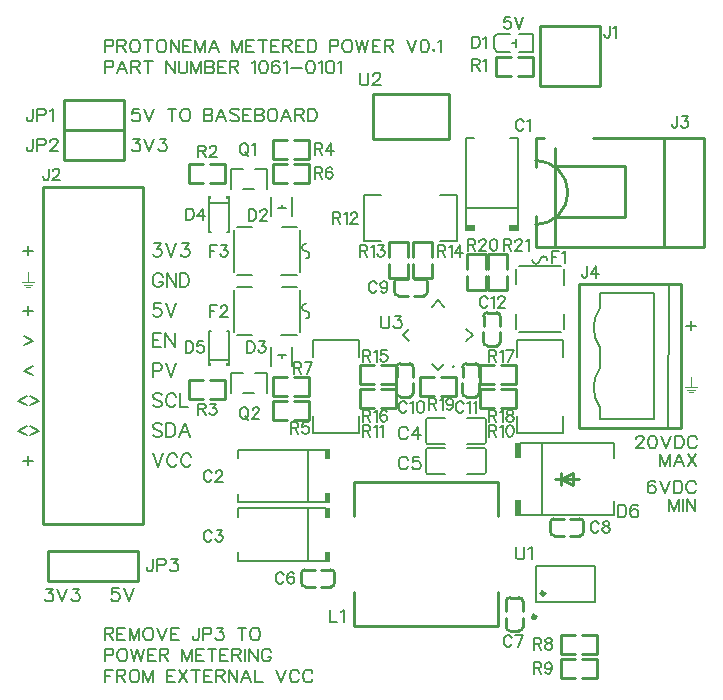
<source format=gto>
G04 Layer: TopSilkscreenLayer*
G04 Panelize: V-CUT, Column: 2, Row: 2, Board Size: 58.42mm x 58.42mm, Panelized Board Size: 118.84mm x 118.84mm*
G04 EasyEDA v6.5.34, 2023-08-04 19:32:33*
G04 a0606e6caba547089c08a3f75083e84a,5a6b42c53f6a479593ecc07194224c93,10*
G04 Gerber Generator version 0.2*
G04 Scale: 100 percent, Rotated: No, Reflected: No *
G04 Dimensions in millimeters *
G04 leading zeros omitted , absolute positions ,4 integer and 5 decimal *
%FSLAX45Y45*%
%MOMM*%

%ADD10C,0.1524*%
%ADD11C,0.2540*%
%ADD12C,0.1520*%
%ADD13C,0.1270*%
%ADD14C,0.1500*%
%ADD15C,0.3000*%
%ADD16C,0.1525*%
%ADD17C,0.0119*%

%LPD*%
G36*
X109982Y3633978D02*
G01*
X109982Y3546856D01*
X57404Y3546856D01*
X57404Y3538728D01*
X171196Y3538728D01*
X171196Y3546856D01*
X118618Y3546856D01*
X118618Y3633978D01*
G37*
G36*
X76962Y3525265D02*
G01*
X76962Y3517137D01*
X151638Y3517137D01*
X151638Y3525265D01*
G37*
G36*
X94742Y3503422D02*
G01*
X94742Y3495801D01*
X133858Y3495801D01*
X133858Y3503422D01*
G37*
G36*
X5723382Y2744978D02*
G01*
X5723382Y2657856D01*
X5670804Y2657856D01*
X5670804Y2649728D01*
X5784596Y2649728D01*
X5784596Y2657856D01*
X5732018Y2657856D01*
X5732018Y2744978D01*
G37*
G36*
X5690362Y2636266D02*
G01*
X5690362Y2628138D01*
X5765038Y2628138D01*
X5765038Y2636266D01*
G37*
G36*
X5708142Y2614422D02*
G01*
X5708142Y2606802D01*
X5747258Y2606802D01*
X5747258Y2614422D01*
G37*
D10*
X762000Y5423915D02*
G01*
X762000Y5314950D01*
X762000Y5423915D02*
G01*
X808736Y5423915D01*
X824229Y5418836D01*
X829563Y5413502D01*
X834644Y5403087D01*
X834644Y5387594D01*
X829563Y5377179D01*
X824229Y5372100D01*
X808736Y5366765D01*
X762000Y5366765D01*
X910589Y5423915D02*
G01*
X868934Y5314950D01*
X910589Y5423915D02*
G01*
X952245Y5314950D01*
X884681Y5351271D02*
G01*
X936497Y5351271D01*
X986536Y5423915D02*
G01*
X986536Y5314950D01*
X986536Y5423915D02*
G01*
X1033271Y5423915D01*
X1048765Y5418836D01*
X1054100Y5413502D01*
X1059179Y5403087D01*
X1059179Y5392673D01*
X1054100Y5382260D01*
X1048765Y5377179D01*
X1033271Y5372100D01*
X986536Y5372100D01*
X1022857Y5372100D02*
G01*
X1059179Y5314950D01*
X1129792Y5423915D02*
G01*
X1129792Y5314950D01*
X1093470Y5423915D02*
G01*
X1166113Y5423915D01*
X1280413Y5423915D02*
G01*
X1280413Y5314950D01*
X1280413Y5423915D02*
G01*
X1353312Y5314950D01*
X1353312Y5423915D02*
G01*
X1353312Y5314950D01*
X1387602Y5423915D02*
G01*
X1387602Y5345937D01*
X1392681Y5330444D01*
X1403095Y5320029D01*
X1418589Y5314950D01*
X1429004Y5314950D01*
X1444752Y5320029D01*
X1455165Y5330444D01*
X1460245Y5345937D01*
X1460245Y5423915D01*
X1494536Y5423915D02*
G01*
X1494536Y5314950D01*
X1494536Y5423915D02*
G01*
X1536192Y5314950D01*
X1577594Y5423915D02*
G01*
X1536192Y5314950D01*
X1577594Y5423915D02*
G01*
X1577594Y5314950D01*
X1611884Y5423915D02*
G01*
X1611884Y5314950D01*
X1611884Y5423915D02*
G01*
X1658620Y5423915D01*
X1674368Y5418836D01*
X1679447Y5413502D01*
X1684781Y5403087D01*
X1684781Y5392673D01*
X1679447Y5382260D01*
X1674368Y5377179D01*
X1658620Y5372100D01*
X1611884Y5372100D02*
G01*
X1658620Y5372100D01*
X1674368Y5366765D01*
X1679447Y5361686D01*
X1684781Y5351271D01*
X1684781Y5335523D01*
X1679447Y5325110D01*
X1674368Y5320029D01*
X1658620Y5314950D01*
X1611884Y5314950D01*
X1719071Y5423915D02*
G01*
X1719071Y5314950D01*
X1719071Y5423915D02*
G01*
X1786636Y5423915D01*
X1719071Y5372100D02*
G01*
X1760473Y5372100D01*
X1719071Y5314950D02*
G01*
X1786636Y5314950D01*
X1820926Y5423915D02*
G01*
X1820926Y5314950D01*
X1820926Y5423915D02*
G01*
X1867662Y5423915D01*
X1883155Y5418836D01*
X1888489Y5413502D01*
X1893570Y5403087D01*
X1893570Y5392673D01*
X1888489Y5382260D01*
X1883155Y5377179D01*
X1867662Y5372100D01*
X1820926Y5372100D01*
X1857247Y5372100D02*
G01*
X1893570Y5314950D01*
X2007870Y5403087D02*
G01*
X2018284Y5408421D01*
X2033777Y5423915D01*
X2033777Y5314950D01*
X2099309Y5423915D02*
G01*
X2083815Y5418836D01*
X2073402Y5403087D01*
X2068068Y5377179D01*
X2068068Y5361686D01*
X2073402Y5335523D01*
X2083815Y5320029D01*
X2099309Y5314950D01*
X2109724Y5314950D01*
X2125218Y5320029D01*
X2135631Y5335523D01*
X2140965Y5361686D01*
X2140965Y5377179D01*
X2135631Y5403087D01*
X2125218Y5418836D01*
X2109724Y5423915D01*
X2099309Y5423915D01*
X2237486Y5408421D02*
G01*
X2232406Y5418836D01*
X2216658Y5423915D01*
X2206243Y5423915D01*
X2190750Y5418836D01*
X2180336Y5403087D01*
X2175256Y5377179D01*
X2175256Y5351271D01*
X2180336Y5330444D01*
X2190750Y5320029D01*
X2206243Y5314950D01*
X2211577Y5314950D01*
X2227072Y5320029D01*
X2237486Y5330444D01*
X2242820Y5345937D01*
X2242820Y5351271D01*
X2237486Y5366765D01*
X2227072Y5377179D01*
X2211577Y5382260D01*
X2206243Y5382260D01*
X2190750Y5377179D01*
X2180336Y5366765D01*
X2175256Y5351271D01*
X2277109Y5403087D02*
G01*
X2287270Y5408421D01*
X2303018Y5423915D01*
X2303018Y5314950D01*
X2337308Y5361686D02*
G01*
X2430779Y5361686D01*
X2496311Y5423915D02*
G01*
X2480563Y5418836D01*
X2470150Y5403087D01*
X2465070Y5377179D01*
X2465070Y5361686D01*
X2470150Y5335523D01*
X2480563Y5320029D01*
X2496311Y5314950D01*
X2506725Y5314950D01*
X2522220Y5320029D01*
X2532634Y5335523D01*
X2537713Y5361686D01*
X2537713Y5377179D01*
X2532634Y5403087D01*
X2522220Y5418836D01*
X2506725Y5423915D01*
X2496311Y5423915D01*
X2572004Y5403087D02*
G01*
X2582418Y5408421D01*
X2598165Y5423915D01*
X2598165Y5314950D01*
X2663443Y5423915D02*
G01*
X2647950Y5418836D01*
X2637536Y5403087D01*
X2632456Y5377179D01*
X2632456Y5361686D01*
X2637536Y5335523D01*
X2647950Y5320029D01*
X2663443Y5314950D01*
X2673858Y5314950D01*
X2689606Y5320029D01*
X2700020Y5335523D01*
X2705100Y5361686D01*
X2705100Y5377179D01*
X2700020Y5403087D01*
X2689606Y5418836D01*
X2673858Y5423915D01*
X2663443Y5423915D01*
X2739390Y5403087D02*
G01*
X2749804Y5408421D01*
X2765297Y5423915D01*
X2765297Y5314950D01*
X762000Y5601715D02*
G01*
X762000Y5492750D01*
X762000Y5601715D02*
G01*
X808736Y5601715D01*
X824229Y5596636D01*
X829563Y5591302D01*
X834644Y5580887D01*
X834644Y5565394D01*
X829563Y5554979D01*
X824229Y5549900D01*
X808736Y5544565D01*
X762000Y5544565D01*
X868934Y5601715D02*
G01*
X868934Y5492750D01*
X868934Y5601715D02*
G01*
X915670Y5601715D01*
X931418Y5596636D01*
X936497Y5591302D01*
X941831Y5580887D01*
X941831Y5570473D01*
X936497Y5560060D01*
X931418Y5554979D01*
X915670Y5549900D01*
X868934Y5549900D01*
X905510Y5549900D02*
G01*
X941831Y5492750D01*
X1007110Y5601715D02*
G01*
X996950Y5596636D01*
X986536Y5586221D01*
X981202Y5575807D01*
X976121Y5560060D01*
X976121Y5534152D01*
X981202Y5518657D01*
X986536Y5508244D01*
X996950Y5497829D01*
X1007110Y5492750D01*
X1027937Y5492750D01*
X1038352Y5497829D01*
X1048765Y5508244D01*
X1054100Y5518657D01*
X1059179Y5534152D01*
X1059179Y5560060D01*
X1054100Y5575807D01*
X1048765Y5586221D01*
X1038352Y5596636D01*
X1027937Y5601715D01*
X1007110Y5601715D01*
X1129792Y5601715D02*
G01*
X1129792Y5492750D01*
X1093470Y5601715D02*
G01*
X1166113Y5601715D01*
X1231645Y5601715D02*
G01*
X1221231Y5596636D01*
X1210818Y5586221D01*
X1205737Y5575807D01*
X1200404Y5560060D01*
X1200404Y5534152D01*
X1205737Y5518657D01*
X1210818Y5508244D01*
X1221231Y5497829D01*
X1231645Y5492750D01*
X1252473Y5492750D01*
X1262887Y5497829D01*
X1273302Y5508244D01*
X1278381Y5518657D01*
X1283715Y5534152D01*
X1283715Y5560060D01*
X1278381Y5575807D01*
X1273302Y5586221D01*
X1262887Y5596636D01*
X1252473Y5601715D01*
X1231645Y5601715D01*
X1318005Y5601715D02*
G01*
X1318005Y5492750D01*
X1318005Y5601715D02*
G01*
X1390650Y5492750D01*
X1390650Y5601715D02*
G01*
X1390650Y5492750D01*
X1424939Y5601715D02*
G01*
X1424939Y5492750D01*
X1424939Y5601715D02*
G01*
X1492504Y5601715D01*
X1424939Y5549900D02*
G01*
X1466595Y5549900D01*
X1424939Y5492750D02*
G01*
X1492504Y5492750D01*
X1526794Y5601715D02*
G01*
X1526794Y5492750D01*
X1526794Y5601715D02*
G01*
X1568450Y5492750D01*
X1609852Y5601715D02*
G01*
X1568450Y5492750D01*
X1609852Y5601715D02*
G01*
X1609852Y5492750D01*
X1685797Y5601715D02*
G01*
X1644142Y5492750D01*
X1685797Y5601715D02*
G01*
X1727200Y5492750D01*
X1659889Y5529071D02*
G01*
X1711705Y5529071D01*
X1841500Y5601715D02*
G01*
X1841500Y5492750D01*
X1841500Y5601715D02*
G01*
X1883155Y5492750D01*
X1924812Y5601715D02*
G01*
X1883155Y5492750D01*
X1924812Y5601715D02*
G01*
X1924812Y5492750D01*
X1959102Y5601715D02*
G01*
X1959102Y5492750D01*
X1959102Y5601715D02*
G01*
X2026665Y5601715D01*
X1959102Y5549900D02*
G01*
X2000504Y5549900D01*
X1959102Y5492750D02*
G01*
X2026665Y5492750D01*
X2097277Y5601715D02*
G01*
X2097277Y5492750D01*
X2060956Y5601715D02*
G01*
X2133600Y5601715D01*
X2167890Y5601715D02*
G01*
X2167890Y5492750D01*
X2167890Y5601715D02*
G01*
X2235454Y5601715D01*
X2167890Y5549900D02*
G01*
X2209545Y5549900D01*
X2167890Y5492750D02*
G01*
X2235454Y5492750D01*
X2269743Y5601715D02*
G01*
X2269743Y5492750D01*
X2269743Y5601715D02*
G01*
X2316479Y5601715D01*
X2331974Y5596636D01*
X2337308Y5591302D01*
X2342388Y5580887D01*
X2342388Y5570473D01*
X2337308Y5560060D01*
X2331974Y5554979D01*
X2316479Y5549900D01*
X2269743Y5549900D01*
X2306065Y5549900D02*
G01*
X2342388Y5492750D01*
X2376677Y5601715D02*
G01*
X2376677Y5492750D01*
X2376677Y5601715D02*
G01*
X2444241Y5601715D01*
X2376677Y5549900D02*
G01*
X2418334Y5549900D01*
X2376677Y5492750D02*
G01*
X2444241Y5492750D01*
X2478531Y5601715D02*
G01*
X2478531Y5492750D01*
X2478531Y5601715D02*
G01*
X2514854Y5601715D01*
X2530602Y5596636D01*
X2541015Y5586221D01*
X2546095Y5575807D01*
X2551429Y5560060D01*
X2551429Y5534152D01*
X2546095Y5518657D01*
X2541015Y5508244D01*
X2530602Y5497829D01*
X2514854Y5492750D01*
X2478531Y5492750D01*
X2665729Y5601715D02*
G01*
X2665729Y5492750D01*
X2665729Y5601715D02*
G01*
X2712465Y5601715D01*
X2727959Y5596636D01*
X2733040Y5591302D01*
X2738374Y5580887D01*
X2738374Y5565394D01*
X2733040Y5554979D01*
X2727959Y5549900D01*
X2712465Y5544565D01*
X2665729Y5544565D01*
X2803906Y5601715D02*
G01*
X2793491Y5596636D01*
X2783077Y5586221D01*
X2777743Y5575807D01*
X2772663Y5560060D01*
X2772663Y5534152D01*
X2777743Y5518657D01*
X2783077Y5508244D01*
X2793491Y5497829D01*
X2803906Y5492750D01*
X2824479Y5492750D01*
X2834893Y5497829D01*
X2845308Y5508244D01*
X2850641Y5518657D01*
X2855722Y5534152D01*
X2855722Y5560060D01*
X2850641Y5575807D01*
X2845308Y5586221D01*
X2834893Y5596636D01*
X2824479Y5601715D01*
X2803906Y5601715D01*
X2890011Y5601715D02*
G01*
X2915920Y5492750D01*
X2942081Y5601715D02*
G01*
X2915920Y5492750D01*
X2942081Y5601715D02*
G01*
X2967990Y5492750D01*
X2993897Y5601715D02*
G01*
X2967990Y5492750D01*
X3028188Y5601715D02*
G01*
X3028188Y5492750D01*
X3028188Y5601715D02*
G01*
X3095752Y5601715D01*
X3028188Y5549900D02*
G01*
X3069843Y5549900D01*
X3028188Y5492750D02*
G01*
X3095752Y5492750D01*
X3130041Y5601715D02*
G01*
X3130041Y5492750D01*
X3130041Y5601715D02*
G01*
X3176777Y5601715D01*
X3192525Y5596636D01*
X3197606Y5591302D01*
X3202940Y5580887D01*
X3202940Y5570473D01*
X3197606Y5560060D01*
X3192525Y5554979D01*
X3176777Y5549900D01*
X3130041Y5549900D01*
X3166363Y5549900D02*
G01*
X3202940Y5492750D01*
X3317240Y5601715D02*
G01*
X3358641Y5492750D01*
X3400297Y5601715D02*
G01*
X3358641Y5492750D01*
X3465829Y5601715D02*
G01*
X3450081Y5596636D01*
X3439668Y5580887D01*
X3434588Y5554979D01*
X3434588Y5539486D01*
X3439668Y5513323D01*
X3450081Y5497829D01*
X3465829Y5492750D01*
X3475990Y5492750D01*
X3491738Y5497829D01*
X3502152Y5513323D01*
X3507231Y5539486D01*
X3507231Y5554979D01*
X3502152Y5580887D01*
X3491738Y5596636D01*
X3475990Y5601715D01*
X3465829Y5601715D01*
X3546856Y5518657D02*
G01*
X3541522Y5513323D01*
X3546856Y5508244D01*
X3551936Y5513323D01*
X3546856Y5518657D01*
X3586225Y5580887D02*
G01*
X3596640Y5586221D01*
X3612134Y5601715D01*
X3612134Y5492750D01*
X4194797Y5790427D02*
G01*
X4149331Y5790427D01*
X4144759Y5749533D01*
X4149331Y5754105D01*
X4162793Y5758677D01*
X4176509Y5758677D01*
X4190225Y5754105D01*
X4199369Y5744961D01*
X4203941Y5731499D01*
X4203941Y5722355D01*
X4199369Y5708639D01*
X4190225Y5699495D01*
X4176509Y5694923D01*
X4162793Y5694923D01*
X4149331Y5699495D01*
X4144759Y5704067D01*
X4140187Y5713211D01*
X4233913Y5790427D02*
G01*
X4270235Y5694923D01*
X4306557Y5790427D02*
G01*
X4270235Y5694923D01*
X5036565Y5714237D02*
G01*
X5036565Y5641594D01*
X5031993Y5627878D01*
X5027422Y5623305D01*
X5018277Y5618734D01*
X5009388Y5618734D01*
X5000243Y5623305D01*
X4995672Y5627878D01*
X4991100Y5641594D01*
X4991100Y5650737D01*
X5066538Y5696204D02*
G01*
X5075681Y5700776D01*
X5089397Y5714237D01*
X5089397Y5618734D01*
X286753Y4507712D02*
G01*
X286753Y4435068D01*
X282181Y4421352D01*
X277609Y4416780D01*
X268465Y4412208D01*
X259575Y4412208D01*
X250431Y4416780D01*
X245859Y4421352D01*
X241287Y4435068D01*
X241287Y4444212D01*
X321297Y4485106D02*
G01*
X321297Y4489678D01*
X325869Y4498568D01*
X330441Y4503140D01*
X339585Y4507712D01*
X357619Y4507712D01*
X366763Y4503140D01*
X371335Y4498568D01*
X375907Y4489678D01*
X375907Y4480534D01*
X371335Y4471390D01*
X362191Y4457674D01*
X316725Y4412208D01*
X380479Y4412208D01*
X1250195Y3593922D02*
G01*
X1244861Y3604844D01*
X1233939Y3615766D01*
X1223017Y3621354D01*
X1201173Y3621354D01*
X1190251Y3615766D01*
X1179329Y3604844D01*
X1173741Y3593922D01*
X1168407Y3577666D01*
X1168407Y3550488D01*
X1173741Y3533978D01*
X1179329Y3523056D01*
X1190251Y3512134D01*
X1201173Y3506800D01*
X1223017Y3506800D01*
X1233939Y3512134D01*
X1244861Y3523056D01*
X1250195Y3533978D01*
X1250195Y3550488D01*
X1223017Y3550488D02*
G01*
X1250195Y3550488D01*
X1286263Y3621354D02*
G01*
X1286263Y3506800D01*
X1286263Y3621354D02*
G01*
X1362463Y3506800D01*
X1362463Y3621354D02*
G01*
X1362463Y3506800D01*
X1398531Y3621354D02*
G01*
X1398531Y3506800D01*
X1398531Y3621354D02*
G01*
X1436885Y3621354D01*
X1453141Y3615766D01*
X1464063Y3604844D01*
X1469397Y3593922D01*
X1474985Y3577666D01*
X1474985Y3550488D01*
X1469397Y3533978D01*
X1464063Y3523056D01*
X1453141Y3512134D01*
X1436885Y3506800D01*
X1398531Y3506800D01*
X1179321Y3875278D02*
G01*
X1239265Y3875278D01*
X1206500Y3831589D01*
X1223010Y3831589D01*
X1233931Y3826255D01*
X1239265Y3820668D01*
X1244854Y3804412D01*
X1244854Y3793489D01*
X1239265Y3776979D01*
X1228344Y3766312D01*
X1212087Y3760723D01*
X1195578Y3760723D01*
X1179321Y3766312D01*
X1173987Y3771645D01*
X1168400Y3782568D01*
X1280668Y3875278D02*
G01*
X1324355Y3760723D01*
X1368044Y3875278D02*
G01*
X1324355Y3760723D01*
X1415034Y3875278D02*
G01*
X1474978Y3875278D01*
X1442212Y3831589D01*
X1458468Y3831589D01*
X1469389Y3826255D01*
X1474978Y3820668D01*
X1480312Y3804412D01*
X1480312Y3793489D01*
X1474978Y3776979D01*
X1464055Y3766312D01*
X1447800Y3760723D01*
X1431289Y3760723D01*
X1415034Y3766312D01*
X1409445Y3771645D01*
X1404112Y3782568D01*
X1233931Y3367278D02*
G01*
X1179321Y3367278D01*
X1173987Y3318255D01*
X1179321Y3323589D01*
X1195578Y3329178D01*
X1212087Y3329178D01*
X1228344Y3323589D01*
X1239265Y3312668D01*
X1244854Y3296412D01*
X1244854Y3285489D01*
X1239265Y3268979D01*
X1228344Y3258312D01*
X1212087Y3252723D01*
X1195578Y3252723D01*
X1179321Y3258312D01*
X1173987Y3263645D01*
X1168400Y3274568D01*
X1280668Y3367278D02*
G01*
X1324355Y3252723D01*
X1368044Y3367278D02*
G01*
X1324355Y3252723D01*
X1168400Y2097278D02*
G01*
X1212087Y1982723D01*
X1255776Y2097278D02*
G01*
X1212087Y1982723D01*
X1373378Y2070100D02*
G01*
X1368044Y2081021D01*
X1357121Y2091944D01*
X1346200Y2097278D01*
X1324355Y2097278D01*
X1313434Y2091944D01*
X1302512Y2081021D01*
X1297178Y2070100D01*
X1291589Y2053589D01*
X1291589Y2026412D01*
X1297178Y2009902D01*
X1302512Y1998979D01*
X1313434Y1988312D01*
X1324355Y1982723D01*
X1346200Y1982723D01*
X1357121Y1988312D01*
X1368044Y1998979D01*
X1373378Y2009902D01*
X1491234Y2070100D02*
G01*
X1485900Y2081021D01*
X1474978Y2091944D01*
X1464055Y2097278D01*
X1442212Y2097278D01*
X1431289Y2091944D01*
X1420368Y2081021D01*
X1415034Y2070100D01*
X1409445Y2053589D01*
X1409445Y2026412D01*
X1415034Y2009902D01*
X1420368Y1998979D01*
X1431289Y1988312D01*
X1442212Y1982723D01*
X1464055Y1982723D01*
X1474978Y1988312D01*
X1485900Y1998979D01*
X1491234Y2009902D01*
X1244854Y2335021D02*
G01*
X1233931Y2345944D01*
X1217421Y2351278D01*
X1195578Y2351278D01*
X1179321Y2345944D01*
X1168400Y2335021D01*
X1168400Y2324100D01*
X1173987Y2313178D01*
X1179321Y2307589D01*
X1190244Y2302255D01*
X1223010Y2291334D01*
X1233931Y2285745D01*
X1239265Y2280412D01*
X1244854Y2269489D01*
X1244854Y2252979D01*
X1233931Y2242312D01*
X1217421Y2236723D01*
X1195578Y2236723D01*
X1179321Y2242312D01*
X1168400Y2252979D01*
X1280668Y2351278D02*
G01*
X1280668Y2236723D01*
X1280668Y2351278D02*
G01*
X1319021Y2351278D01*
X1335278Y2345944D01*
X1346200Y2335021D01*
X1351787Y2324100D01*
X1357121Y2307589D01*
X1357121Y2280412D01*
X1351787Y2263902D01*
X1346200Y2252979D01*
X1335278Y2242312D01*
X1319021Y2236723D01*
X1280668Y2236723D01*
X1436878Y2351278D02*
G01*
X1393189Y2236723D01*
X1436878Y2351278D02*
G01*
X1480312Y2236723D01*
X1409445Y2274823D02*
G01*
X1464055Y2274823D01*
X1244854Y2589021D02*
G01*
X1233931Y2599944D01*
X1217421Y2605278D01*
X1195578Y2605278D01*
X1179321Y2599944D01*
X1168400Y2589021D01*
X1168400Y2578100D01*
X1173987Y2567178D01*
X1179321Y2561589D01*
X1190244Y2556255D01*
X1223010Y2545334D01*
X1233931Y2539745D01*
X1239265Y2534412D01*
X1244854Y2523489D01*
X1244854Y2506979D01*
X1233931Y2496312D01*
X1217421Y2490723D01*
X1195578Y2490723D01*
X1179321Y2496312D01*
X1168400Y2506979D01*
X1362710Y2578100D02*
G01*
X1357121Y2589021D01*
X1346200Y2599944D01*
X1335278Y2605278D01*
X1313434Y2605278D01*
X1302512Y2599944D01*
X1291589Y2589021D01*
X1286255Y2578100D01*
X1280668Y2561589D01*
X1280668Y2534412D01*
X1286255Y2517902D01*
X1291589Y2506979D01*
X1302512Y2496312D01*
X1313434Y2490723D01*
X1335278Y2490723D01*
X1346200Y2496312D01*
X1357121Y2506979D01*
X1362710Y2517902D01*
X1398523Y2605278D02*
G01*
X1398523Y2490723D01*
X1398523Y2490723D02*
G01*
X1464055Y2490723D01*
X1168400Y2859278D02*
G01*
X1168400Y2744723D01*
X1168400Y2859278D02*
G01*
X1217421Y2859278D01*
X1233931Y2853944D01*
X1239265Y2848355D01*
X1244854Y2837434D01*
X1244854Y2821178D01*
X1239265Y2810255D01*
X1233931Y2804668D01*
X1217421Y2799334D01*
X1168400Y2799334D01*
X1280668Y2859278D02*
G01*
X1324355Y2744723D01*
X1368044Y2859278D02*
G01*
X1324355Y2744723D01*
X1168400Y3113278D02*
G01*
X1168400Y2998723D01*
X1168400Y3113278D02*
G01*
X1239265Y3113278D01*
X1168400Y3058668D02*
G01*
X1212087Y3058668D01*
X1168400Y2998723D02*
G01*
X1239265Y2998723D01*
X1275334Y3113278D02*
G01*
X1275334Y2998723D01*
X1275334Y3113278D02*
G01*
X1351787Y2998723D01*
X1351787Y3113278D02*
G01*
X1351787Y2998723D01*
X1052829Y5017515D02*
G01*
X1001013Y5017515D01*
X995679Y4970779D01*
X1001013Y4975860D01*
X1016507Y4981194D01*
X1032255Y4981194D01*
X1047750Y4975860D01*
X1058163Y4965700D01*
X1063244Y4949952D01*
X1063244Y4939537D01*
X1058163Y4924044D01*
X1047750Y4913629D01*
X1032255Y4908550D01*
X1016507Y4908550D01*
X1001013Y4913629D01*
X995679Y4918710D01*
X990600Y4929123D01*
X1097534Y5017515D02*
G01*
X1139189Y4908550D01*
X1180845Y5017515D02*
G01*
X1139189Y4908550D01*
X1331468Y5017515D02*
G01*
X1331468Y4908550D01*
X1295145Y5017515D02*
G01*
X1367789Y5017515D01*
X1433321Y5017515D02*
G01*
X1422907Y5012436D01*
X1412494Y5002021D01*
X1407160Y4991607D01*
X1402079Y4975860D01*
X1402079Y4949952D01*
X1407160Y4934457D01*
X1412494Y4924044D01*
X1422907Y4913629D01*
X1433321Y4908550D01*
X1454150Y4908550D01*
X1464310Y4913629D01*
X1474723Y4924044D01*
X1480057Y4934457D01*
X1485137Y4949952D01*
X1485137Y4975860D01*
X1480057Y4991607D01*
X1474723Y5002021D01*
X1464310Y5012436D01*
X1454150Y5017515D01*
X1433321Y5017515D01*
X1599437Y5017515D02*
G01*
X1599437Y4908550D01*
X1599437Y5017515D02*
G01*
X1646173Y5017515D01*
X1661921Y5012436D01*
X1667002Y5007102D01*
X1672336Y4996687D01*
X1672336Y4986273D01*
X1667002Y4975860D01*
X1661921Y4970779D01*
X1646173Y4965700D01*
X1599437Y4965700D02*
G01*
X1646173Y4965700D01*
X1661921Y4960365D01*
X1667002Y4955286D01*
X1672336Y4944871D01*
X1672336Y4929123D01*
X1667002Y4918710D01*
X1661921Y4913629D01*
X1646173Y4908550D01*
X1599437Y4908550D01*
X1748028Y5017515D02*
G01*
X1706626Y4908550D01*
X1748028Y5017515D02*
G01*
X1789684Y4908550D01*
X1722120Y4944871D02*
G01*
X1774189Y4944871D01*
X1896618Y5002021D02*
G01*
X1886204Y5012436D01*
X1870710Y5017515D01*
X1849881Y5017515D01*
X1834387Y5012436D01*
X1823973Y5002021D01*
X1823973Y4991607D01*
X1829054Y4981194D01*
X1834387Y4975860D01*
X1844802Y4970779D01*
X1875789Y4960365D01*
X1886204Y4955286D01*
X1891537Y4949952D01*
X1896618Y4939537D01*
X1896618Y4924044D01*
X1886204Y4913629D01*
X1870710Y4908550D01*
X1849881Y4908550D01*
X1834387Y4913629D01*
X1823973Y4924044D01*
X1930908Y5017515D02*
G01*
X1930908Y4908550D01*
X1930908Y5017515D02*
G01*
X1998472Y5017515D01*
X1930908Y4965700D02*
G01*
X1972563Y4965700D01*
X1930908Y4908550D02*
G01*
X1998472Y4908550D01*
X2032761Y5017515D02*
G01*
X2032761Y4908550D01*
X2032761Y5017515D02*
G01*
X2079497Y5017515D01*
X2095245Y5012436D01*
X2100325Y5007102D01*
X2105659Y4996687D01*
X2105659Y4986273D01*
X2100325Y4975860D01*
X2095245Y4970779D01*
X2079497Y4965700D01*
X2032761Y4965700D02*
G01*
X2079497Y4965700D01*
X2095245Y4960365D01*
X2100325Y4955286D01*
X2105659Y4944871D01*
X2105659Y4929123D01*
X2100325Y4918710D01*
X2095245Y4913629D01*
X2079497Y4908550D01*
X2032761Y4908550D01*
X2170938Y5017515D02*
G01*
X2160524Y5012436D01*
X2150109Y5002021D01*
X2145029Y4991607D01*
X2139950Y4975860D01*
X2139950Y4949952D01*
X2145029Y4934457D01*
X2150109Y4924044D01*
X2160524Y4913629D01*
X2170938Y4908550D01*
X2191765Y4908550D01*
X2202179Y4913629D01*
X2212593Y4924044D01*
X2217674Y4934457D01*
X2223008Y4949952D01*
X2223008Y4975860D01*
X2217674Y4991607D01*
X2212593Y5002021D01*
X2202179Y5012436D01*
X2191765Y5017515D01*
X2170938Y5017515D01*
X2298700Y5017515D02*
G01*
X2257297Y4908550D01*
X2298700Y5017515D02*
G01*
X2340356Y4908550D01*
X2272791Y4944871D02*
G01*
X2324861Y4944871D01*
X2374645Y5017515D02*
G01*
X2374645Y4908550D01*
X2374645Y5017515D02*
G01*
X2421381Y5017515D01*
X2437129Y5012436D01*
X2442209Y5007102D01*
X2447290Y4996687D01*
X2447290Y4986273D01*
X2442209Y4975860D01*
X2437129Y4970779D01*
X2421381Y4965700D01*
X2374645Y4965700D01*
X2410968Y4965700D02*
G01*
X2447290Y4908550D01*
X2481579Y5017515D02*
G01*
X2481579Y4908550D01*
X2481579Y5017515D02*
G01*
X2518156Y5017515D01*
X2533650Y5012436D01*
X2544063Y5002021D01*
X2549143Y4991607D01*
X2554477Y4975860D01*
X2554477Y4949952D01*
X2549143Y4934457D01*
X2544063Y4924044D01*
X2533650Y4913629D01*
X2518156Y4908550D01*
X2481579Y4908550D01*
X1001013Y4763515D02*
G01*
X1058163Y4763515D01*
X1026921Y4721860D01*
X1042670Y4721860D01*
X1052829Y4716779D01*
X1058163Y4711700D01*
X1063244Y4695952D01*
X1063244Y4685537D01*
X1058163Y4670044D01*
X1047750Y4659629D01*
X1032255Y4654550D01*
X1016507Y4654550D01*
X1001013Y4659629D01*
X995679Y4664710D01*
X990600Y4675123D01*
X1097534Y4763515D02*
G01*
X1139189Y4654550D01*
X1180845Y4763515D02*
G01*
X1139189Y4654550D01*
X1225550Y4763515D02*
G01*
X1282700Y4763515D01*
X1251457Y4721860D01*
X1266952Y4721860D01*
X1277365Y4716779D01*
X1282700Y4711700D01*
X1287779Y4695952D01*
X1287779Y4685537D01*
X1282700Y4670044D01*
X1272286Y4659629D01*
X1256537Y4654550D01*
X1241044Y4654550D01*
X1225550Y4659629D01*
X1220215Y4664710D01*
X1215136Y4675123D01*
X264416Y953523D02*
G01*
X321566Y953523D01*
X290324Y911867D01*
X306072Y911867D01*
X316232Y906787D01*
X321566Y901707D01*
X326646Y885959D01*
X326646Y875545D01*
X321566Y860051D01*
X311152Y849637D01*
X295658Y844557D01*
X279910Y844557D01*
X264416Y849637D01*
X259082Y854717D01*
X254002Y865131D01*
X360936Y953523D02*
G01*
X402592Y844557D01*
X444248Y953523D02*
G01*
X402592Y844557D01*
X488952Y953523D02*
G01*
X546102Y953523D01*
X514860Y911867D01*
X530354Y911867D01*
X540768Y906787D01*
X546102Y901707D01*
X551182Y885959D01*
X551182Y875545D01*
X546102Y860051D01*
X535688Y849637D01*
X519940Y844557D01*
X504446Y844557D01*
X488952Y849637D01*
X483618Y854717D01*
X478538Y865131D01*
X878329Y959279D02*
G01*
X823719Y959279D01*
X818385Y910257D01*
X823719Y915591D01*
X839975Y921179D01*
X856485Y921179D01*
X872741Y915591D01*
X883663Y904669D01*
X889251Y888413D01*
X889251Y877491D01*
X883663Y860981D01*
X872741Y850313D01*
X856485Y844725D01*
X839975Y844725D01*
X823719Y850313D01*
X818385Y855647D01*
X812797Y866569D01*
X925065Y959279D02*
G01*
X968753Y844725D01*
X1012441Y959279D02*
G01*
X968753Y844725D01*
X153670Y5017515D02*
G01*
X153670Y4934457D01*
X148336Y4918710D01*
X143255Y4913629D01*
X132842Y4908550D01*
X122428Y4908550D01*
X112013Y4913629D01*
X106679Y4918710D01*
X101600Y4934457D01*
X101600Y4944871D01*
X187960Y5017515D02*
G01*
X187960Y4908550D01*
X187960Y5017515D02*
G01*
X234695Y5017515D01*
X250189Y5012436D01*
X255270Y5007102D01*
X260604Y4996687D01*
X260604Y4981194D01*
X255270Y4970779D01*
X250189Y4965700D01*
X234695Y4960365D01*
X187960Y4960365D01*
X294894Y4996687D02*
G01*
X305307Y5002021D01*
X320802Y5017515D01*
X320802Y4908550D01*
X153670Y4763515D02*
G01*
X153670Y4680457D01*
X148336Y4664710D01*
X143255Y4659629D01*
X132842Y4654550D01*
X122428Y4654550D01*
X112013Y4659629D01*
X106679Y4664710D01*
X101600Y4680457D01*
X101600Y4690871D01*
X187960Y4763515D02*
G01*
X187960Y4654550D01*
X187960Y4763515D02*
G01*
X234695Y4763515D01*
X250189Y4758436D01*
X255270Y4753102D01*
X260604Y4742687D01*
X260604Y4727194D01*
X255270Y4716779D01*
X250189Y4711700D01*
X234695Y4706365D01*
X187960Y4706365D01*
X299973Y4737607D02*
G01*
X299973Y4742687D01*
X305307Y4753102D01*
X310387Y4758436D01*
X320802Y4763515D01*
X341629Y4763515D01*
X352044Y4758436D01*
X357123Y4753102D01*
X362457Y4742687D01*
X362457Y4732273D01*
X357123Y4721860D01*
X346710Y4706365D01*
X294894Y4654550D01*
X367537Y4654550D01*
X1169670Y1207515D02*
G01*
X1169670Y1124457D01*
X1164336Y1108710D01*
X1159255Y1103629D01*
X1148842Y1098550D01*
X1138428Y1098550D01*
X1128013Y1103629D01*
X1122679Y1108710D01*
X1117600Y1124457D01*
X1117600Y1134871D01*
X1203960Y1207515D02*
G01*
X1203960Y1098550D01*
X1203960Y1207515D02*
G01*
X1250695Y1207515D01*
X1266189Y1202436D01*
X1271270Y1197102D01*
X1276604Y1186687D01*
X1276604Y1171194D01*
X1271270Y1160779D01*
X1266189Y1155700D01*
X1250695Y1150365D01*
X1203960Y1150365D01*
X1321307Y1207515D02*
G01*
X1378457Y1207515D01*
X1347215Y1165860D01*
X1362710Y1165860D01*
X1373123Y1160779D01*
X1378457Y1155700D01*
X1383537Y1139952D01*
X1383537Y1129537D01*
X1378457Y1114044D01*
X1368044Y1103629D01*
X1352550Y1098550D01*
X1336802Y1098550D01*
X1321307Y1103629D01*
X1315973Y1108710D01*
X1310894Y1119123D01*
X762000Y623315D02*
G01*
X762000Y514350D01*
X762000Y623315D02*
G01*
X808736Y623315D01*
X824229Y618236D01*
X829563Y612902D01*
X834644Y602487D01*
X834644Y592073D01*
X829563Y581660D01*
X824229Y576579D01*
X808736Y571500D01*
X762000Y571500D01*
X798321Y571500D02*
G01*
X834644Y514350D01*
X868934Y623315D02*
G01*
X868934Y514350D01*
X868934Y623315D02*
G01*
X936497Y623315D01*
X868934Y571500D02*
G01*
X910589Y571500D01*
X868934Y514350D02*
G01*
X936497Y514350D01*
X970787Y623315D02*
G01*
X970787Y514350D01*
X970787Y623315D02*
G01*
X1012444Y514350D01*
X1054100Y623315D02*
G01*
X1012444Y514350D01*
X1054100Y623315D02*
G01*
X1054100Y514350D01*
X1119378Y623315D02*
G01*
X1108963Y618236D01*
X1098550Y607821D01*
X1093470Y597407D01*
X1088389Y581660D01*
X1088389Y555752D01*
X1093470Y540257D01*
X1098550Y529844D01*
X1108963Y519429D01*
X1119378Y514350D01*
X1140205Y514350D01*
X1150620Y519429D01*
X1161034Y529844D01*
X1166113Y540257D01*
X1171447Y555752D01*
X1171447Y581660D01*
X1166113Y597407D01*
X1161034Y607821D01*
X1150620Y618236D01*
X1140205Y623315D01*
X1119378Y623315D01*
X1205737Y623315D02*
G01*
X1247139Y514350D01*
X1288795Y623315D02*
G01*
X1247139Y514350D01*
X1323086Y623315D02*
G01*
X1323086Y514350D01*
X1323086Y623315D02*
G01*
X1390650Y623315D01*
X1323086Y571500D02*
G01*
X1364742Y571500D01*
X1323086Y514350D02*
G01*
X1390650Y514350D01*
X1557020Y623315D02*
G01*
X1557020Y540257D01*
X1551686Y524510D01*
X1546605Y519429D01*
X1536192Y514350D01*
X1525778Y514350D01*
X1515363Y519429D01*
X1510029Y524510D01*
X1504950Y540257D01*
X1504950Y550671D01*
X1591310Y623315D02*
G01*
X1591310Y514350D01*
X1591310Y623315D02*
G01*
X1638045Y623315D01*
X1653539Y618236D01*
X1658620Y612902D01*
X1663954Y602487D01*
X1663954Y586994D01*
X1658620Y576579D01*
X1653539Y571500D01*
X1638045Y566165D01*
X1591310Y566165D01*
X1708657Y623315D02*
G01*
X1765807Y623315D01*
X1734565Y581660D01*
X1750060Y581660D01*
X1760473Y576579D01*
X1765807Y571500D01*
X1770887Y555752D01*
X1770887Y545337D01*
X1765807Y529844D01*
X1755394Y519429D01*
X1739900Y514350D01*
X1724152Y514350D01*
X1708657Y519429D01*
X1703323Y524510D01*
X1698244Y534923D01*
X1921510Y623315D02*
G01*
X1921510Y514350D01*
X1885187Y623315D02*
G01*
X1958086Y623315D01*
X2023363Y623315D02*
G01*
X2012950Y618236D01*
X2002790Y607821D01*
X1997456Y597407D01*
X1992375Y581660D01*
X1992375Y555752D01*
X1997456Y540257D01*
X2002790Y529844D01*
X2012950Y519429D01*
X2023363Y514350D01*
X2044191Y514350D01*
X2054606Y519429D01*
X2065020Y529844D01*
X2070100Y540257D01*
X2075434Y555752D01*
X2075434Y581660D01*
X2070100Y597407D01*
X2065020Y607821D01*
X2054606Y618236D01*
X2044191Y623315D01*
X2023363Y623315D01*
X762000Y445515D02*
G01*
X762000Y336550D01*
X762000Y445515D02*
G01*
X808736Y445515D01*
X824229Y440436D01*
X829563Y435102D01*
X834644Y424687D01*
X834644Y409194D01*
X829563Y398779D01*
X824229Y393700D01*
X808736Y388365D01*
X762000Y388365D01*
X900176Y445515D02*
G01*
X889762Y440436D01*
X879347Y430021D01*
X874268Y419607D01*
X868934Y403860D01*
X868934Y377952D01*
X874268Y362457D01*
X879347Y352044D01*
X889762Y341629D01*
X900176Y336550D01*
X921004Y336550D01*
X931418Y341629D01*
X941831Y352044D01*
X946912Y362457D01*
X952245Y377952D01*
X952245Y403860D01*
X946912Y419607D01*
X941831Y430021D01*
X931418Y440436D01*
X921004Y445515D01*
X900176Y445515D01*
X986536Y445515D02*
G01*
X1012444Y336550D01*
X1038352Y445515D02*
G01*
X1012444Y336550D01*
X1038352Y445515D02*
G01*
X1064260Y336550D01*
X1090421Y445515D02*
G01*
X1064260Y336550D01*
X1124712Y445515D02*
G01*
X1124712Y336550D01*
X1124712Y445515D02*
G01*
X1192276Y445515D01*
X1124712Y393700D02*
G01*
X1166113Y393700D01*
X1124712Y336550D02*
G01*
X1192276Y336550D01*
X1226565Y445515D02*
G01*
X1226565Y336550D01*
X1226565Y445515D02*
G01*
X1273302Y445515D01*
X1288795Y440436D01*
X1294129Y435102D01*
X1299210Y424687D01*
X1299210Y414273D01*
X1294129Y403860D01*
X1288795Y398779D01*
X1273302Y393700D01*
X1226565Y393700D01*
X1262887Y393700D02*
G01*
X1299210Y336550D01*
X1413510Y445515D02*
G01*
X1413510Y336550D01*
X1413510Y445515D02*
G01*
X1455165Y336550D01*
X1496568Y445515D02*
G01*
X1455165Y336550D01*
X1496568Y445515D02*
G01*
X1496568Y336550D01*
X1530857Y445515D02*
G01*
X1530857Y336550D01*
X1530857Y445515D02*
G01*
X1598421Y445515D01*
X1530857Y393700D02*
G01*
X1572513Y393700D01*
X1530857Y336550D02*
G01*
X1598421Y336550D01*
X1669034Y445515D02*
G01*
X1669034Y336550D01*
X1632712Y445515D02*
G01*
X1705610Y445515D01*
X1739900Y445515D02*
G01*
X1739900Y336550D01*
X1739900Y445515D02*
G01*
X1807210Y445515D01*
X1739900Y393700D02*
G01*
X1781302Y393700D01*
X1739900Y336550D02*
G01*
X1807210Y336550D01*
X1841500Y445515D02*
G01*
X1841500Y336550D01*
X1841500Y445515D02*
G01*
X1888489Y445515D01*
X1903984Y440436D01*
X1909063Y435102D01*
X1914397Y424687D01*
X1914397Y414273D01*
X1909063Y403860D01*
X1903984Y398779D01*
X1888489Y393700D01*
X1841500Y393700D01*
X1878076Y393700D02*
G01*
X1914397Y336550D01*
X1948688Y445515D02*
G01*
X1948688Y336550D01*
X1982977Y445515D02*
G01*
X1982977Y336550D01*
X1982977Y445515D02*
G01*
X2055622Y336550D01*
X2055622Y445515D02*
G01*
X2055622Y336550D01*
X2167890Y419607D02*
G01*
X2162809Y430021D01*
X2152395Y440436D01*
X2141981Y445515D01*
X2121154Y445515D01*
X2110740Y440436D01*
X2100325Y430021D01*
X2095245Y419607D01*
X2089911Y403860D01*
X2089911Y377952D01*
X2095245Y362457D01*
X2100325Y352044D01*
X2110740Y341629D01*
X2121154Y336550D01*
X2141981Y336550D01*
X2152395Y341629D01*
X2162809Y352044D01*
X2167890Y362457D01*
X2167890Y377952D01*
X2141981Y377952D02*
G01*
X2167890Y377952D01*
X762000Y267715D02*
G01*
X762000Y158750D01*
X762000Y267715D02*
G01*
X829563Y267715D01*
X762000Y215900D02*
G01*
X803655Y215900D01*
X863854Y267715D02*
G01*
X863854Y158750D01*
X863854Y267715D02*
G01*
X910589Y267715D01*
X926084Y262636D01*
X931418Y257302D01*
X936497Y246887D01*
X936497Y236473D01*
X931418Y226060D01*
X926084Y220979D01*
X910589Y215900D01*
X863854Y215900D01*
X900176Y215900D02*
G01*
X936497Y158750D01*
X1002029Y267715D02*
G01*
X991615Y262636D01*
X981202Y252221D01*
X976121Y241807D01*
X970787Y226060D01*
X970787Y200152D01*
X976121Y184657D01*
X981202Y174244D01*
X991615Y163829D01*
X1002029Y158750D01*
X1022857Y158750D01*
X1033271Y163829D01*
X1043686Y174244D01*
X1048765Y184657D01*
X1054100Y200152D01*
X1054100Y226060D01*
X1048765Y241807D01*
X1043686Y252221D01*
X1033271Y262636D01*
X1022857Y267715D01*
X1002029Y267715D01*
X1088389Y267715D02*
G01*
X1088389Y158750D01*
X1088389Y267715D02*
G01*
X1129792Y158750D01*
X1171447Y267715D02*
G01*
X1129792Y158750D01*
X1171447Y267715D02*
G01*
X1171447Y158750D01*
X1285747Y267715D02*
G01*
X1285747Y158750D01*
X1285747Y267715D02*
G01*
X1353312Y267715D01*
X1285747Y215900D02*
G01*
X1327150Y215900D01*
X1285747Y158750D02*
G01*
X1353312Y158750D01*
X1387602Y267715D02*
G01*
X1460245Y158750D01*
X1460245Y267715D02*
G01*
X1387602Y158750D01*
X1530857Y267715D02*
G01*
X1530857Y158750D01*
X1494536Y267715D02*
G01*
X1567179Y267715D01*
X1601470Y267715D02*
G01*
X1601470Y158750D01*
X1601470Y267715D02*
G01*
X1669034Y267715D01*
X1601470Y215900D02*
G01*
X1643126Y215900D01*
X1601470Y158750D02*
G01*
X1669034Y158750D01*
X1703323Y267715D02*
G01*
X1703323Y158750D01*
X1703323Y267715D02*
G01*
X1750060Y267715D01*
X1765807Y262636D01*
X1770887Y257302D01*
X1776221Y246887D01*
X1776221Y236473D01*
X1770887Y226060D01*
X1765807Y220979D01*
X1750060Y215900D01*
X1703323Y215900D01*
X1739900Y215900D02*
G01*
X1776221Y158750D01*
X1810512Y267715D02*
G01*
X1810512Y158750D01*
X1810512Y267715D02*
G01*
X1883155Y158750D01*
X1883155Y267715D02*
G01*
X1883155Y158750D01*
X1959102Y267715D02*
G01*
X1917445Y158750D01*
X1959102Y267715D02*
G01*
X2000504Y158750D01*
X1932940Y195071D02*
G01*
X1985009Y195071D01*
X2034793Y267715D02*
G01*
X2034793Y158750D01*
X2034793Y158750D02*
G01*
X2097277Y158750D01*
X2211577Y267715D02*
G01*
X2252979Y158750D01*
X2294636Y267715D02*
G01*
X2252979Y158750D01*
X2406904Y241807D02*
G01*
X2401570Y252221D01*
X2391409Y262636D01*
X2380995Y267715D01*
X2360168Y267715D01*
X2349754Y262636D01*
X2339340Y252221D01*
X2334259Y241807D01*
X2328925Y226060D01*
X2328925Y200152D01*
X2334259Y184657D01*
X2339340Y174244D01*
X2349754Y163829D01*
X2360168Y158750D01*
X2380995Y158750D01*
X2391409Y163829D01*
X2401570Y174244D01*
X2406904Y184657D01*
X2519172Y241807D02*
G01*
X2513838Y252221D01*
X2503424Y262636D01*
X2493009Y267715D01*
X2472436Y267715D01*
X2462022Y262636D01*
X2451608Y252221D01*
X2446274Y241807D01*
X2441193Y226060D01*
X2441193Y200152D01*
X2446274Y184657D01*
X2451608Y174244D01*
X2462022Y163829D01*
X2472436Y158750D01*
X2493009Y158750D01*
X2503424Y163829D01*
X2513838Y174244D01*
X2519172Y184657D01*
X111556Y3773881D02*
G01*
X111556Y3855669D01*
X152450Y3814775D02*
G01*
X70662Y3814775D01*
X111556Y3265881D02*
G01*
X111556Y3347669D01*
X152450Y3306775D02*
G01*
X70662Y3306775D01*
X79827Y3011815D02*
G01*
X152471Y3052709D01*
X79827Y3093603D01*
X152450Y2757881D02*
G01*
X79806Y2798775D01*
X152450Y2839669D01*
X130581Y2503520D02*
G01*
X203225Y2544414D01*
X130581Y2585308D01*
X100355Y2503520D02*
G01*
X27711Y2544414D01*
X100355Y2585308D01*
X130581Y2249520D02*
G01*
X203225Y2290414D01*
X130581Y2331308D01*
X100355Y2249520D02*
G01*
X27711Y2290414D01*
X100355Y2331308D01*
X111556Y1995881D02*
G01*
X111556Y2077669D01*
X152450Y2036775D02*
G01*
X70662Y2036775D01*
X5724880Y3138408D02*
G01*
X5724880Y3220450D01*
X5765774Y3179302D02*
G01*
X5683986Y3179302D01*
X5262879Y2223007D02*
G01*
X5262879Y2228087D01*
X5268213Y2238502D01*
X5273293Y2243836D01*
X5283708Y2248915D01*
X5304536Y2248915D01*
X5314950Y2243836D01*
X5320029Y2238502D01*
X5325363Y2228087D01*
X5325363Y2217673D01*
X5320029Y2207260D01*
X5309870Y2191765D01*
X5257800Y2139950D01*
X5330443Y2139950D01*
X5395975Y2248915D02*
G01*
X5380481Y2243836D01*
X5370068Y2228087D01*
X5364734Y2202179D01*
X5364734Y2186686D01*
X5370068Y2160523D01*
X5380481Y2145029D01*
X5395975Y2139950D01*
X5406390Y2139950D01*
X5421884Y2145029D01*
X5432297Y2160523D01*
X5437631Y2186686D01*
X5437631Y2202179D01*
X5432297Y2228087D01*
X5421884Y2243836D01*
X5406390Y2248915D01*
X5395975Y2248915D01*
X5471922Y2248915D02*
G01*
X5513324Y2139950D01*
X5554979Y2248915D02*
G01*
X5513324Y2139950D01*
X5589270Y2248915D02*
G01*
X5589270Y2139950D01*
X5589270Y2248915D02*
G01*
X5625591Y2248915D01*
X5641340Y2243836D01*
X5651500Y2233421D01*
X5656834Y2223007D01*
X5661913Y2207260D01*
X5661913Y2181352D01*
X5656834Y2165857D01*
X5651500Y2155444D01*
X5641340Y2145029D01*
X5625591Y2139950D01*
X5589270Y2139950D01*
X5774181Y2223007D02*
G01*
X5769102Y2233421D01*
X5758688Y2243836D01*
X5748274Y2248915D01*
X5727445Y2248915D01*
X5717031Y2243836D01*
X5706618Y2233421D01*
X5701538Y2223007D01*
X5696204Y2207260D01*
X5696204Y2181352D01*
X5701538Y2165857D01*
X5706618Y2155444D01*
X5717031Y2145029D01*
X5727445Y2139950D01*
X5748274Y2139950D01*
X5758688Y2145029D01*
X5769102Y2155444D01*
X5774181Y2165857D01*
X5461000Y2096515D02*
G01*
X5461000Y1987550D01*
X5461000Y2096515D02*
G01*
X5502656Y1987550D01*
X5544058Y2096515D02*
G01*
X5502656Y1987550D01*
X5544058Y2096515D02*
G01*
X5544058Y1987550D01*
X5620004Y2096515D02*
G01*
X5578347Y1987550D01*
X5620004Y2096515D02*
G01*
X5661659Y1987550D01*
X5594095Y2023871D02*
G01*
X5645911Y2023871D01*
X5695950Y2096515D02*
G01*
X5768593Y1987550D01*
X5768593Y2096515D02*
G01*
X5695950Y1987550D01*
X5421629Y1852421D02*
G01*
X5416550Y1862836D01*
X5401056Y1867915D01*
X5390641Y1867915D01*
X5374893Y1862836D01*
X5364479Y1847087D01*
X5359400Y1821179D01*
X5359400Y1795271D01*
X5364479Y1774444D01*
X5374893Y1764029D01*
X5390641Y1758950D01*
X5395722Y1758950D01*
X5411470Y1764029D01*
X5421629Y1774444D01*
X5426963Y1789937D01*
X5426963Y1795271D01*
X5421629Y1810765D01*
X5411470Y1821179D01*
X5395722Y1826260D01*
X5390641Y1826260D01*
X5374893Y1821179D01*
X5364479Y1810765D01*
X5359400Y1795271D01*
X5461254Y1867915D02*
G01*
X5502909Y1758950D01*
X5544311Y1867915D02*
G01*
X5502909Y1758950D01*
X5578602Y1867915D02*
G01*
X5578602Y1758950D01*
X5578602Y1867915D02*
G01*
X5614924Y1867915D01*
X5630672Y1862836D01*
X5641086Y1852421D01*
X5646165Y1842007D01*
X5651500Y1826260D01*
X5651500Y1800352D01*
X5646165Y1784857D01*
X5641086Y1774444D01*
X5630672Y1764029D01*
X5614924Y1758950D01*
X5578602Y1758950D01*
X5763513Y1842007D02*
G01*
X5758434Y1852421D01*
X5748020Y1862836D01*
X5737606Y1867915D01*
X5716777Y1867915D01*
X5706363Y1862836D01*
X5695950Y1852421D01*
X5690870Y1842007D01*
X5685790Y1826260D01*
X5685790Y1800352D01*
X5690870Y1784857D01*
X5695950Y1774444D01*
X5706363Y1764029D01*
X5716777Y1758950D01*
X5737606Y1758950D01*
X5748020Y1764029D01*
X5758434Y1774444D01*
X5763513Y1784857D01*
X5537200Y1715515D02*
G01*
X5537200Y1606550D01*
X5537200Y1715515D02*
G01*
X5578856Y1606550D01*
X5620258Y1715515D02*
G01*
X5578856Y1606550D01*
X5620258Y1715515D02*
G01*
X5620258Y1606550D01*
X5654547Y1715515D02*
G01*
X5654547Y1606550D01*
X5688838Y1715515D02*
G01*
X5688838Y1606550D01*
X5688838Y1715515D02*
G01*
X5761736Y1606550D01*
X5761736Y1715515D02*
G01*
X5761736Y1606550D01*
X5608065Y4952237D02*
G01*
X5608065Y4879594D01*
X5603493Y4865878D01*
X5598922Y4861305D01*
X5589777Y4856734D01*
X5580888Y4856734D01*
X5571743Y4861305D01*
X5567172Y4865878D01*
X5562600Y4879594D01*
X5562600Y4888737D01*
X5647181Y4952237D02*
G01*
X5697220Y4952237D01*
X5669788Y4915915D01*
X5683504Y4915915D01*
X5692647Y4911344D01*
X5697220Y4906771D01*
X5701791Y4893310D01*
X5701791Y4884165D01*
X5697220Y4870450D01*
X5688075Y4861305D01*
X5674359Y4856734D01*
X5660897Y4856734D01*
X5647181Y4861305D01*
X5642609Y4865878D01*
X5638038Y4875021D01*
X1981194Y4164837D02*
G01*
X1981194Y4069334D01*
X1981194Y4164837D02*
G01*
X2012944Y4164837D01*
X2026660Y4160265D01*
X2035804Y4151376D01*
X2040376Y4142231D01*
X2044948Y4128515D01*
X2044948Y4105910D01*
X2040376Y4092194D01*
X2035804Y4083050D01*
X2026660Y4073905D01*
X2012944Y4069334D01*
X1981194Y4069334D01*
X2079492Y4142231D02*
G01*
X2079492Y4146804D01*
X2083810Y4155694D01*
X2088382Y4160265D01*
X2097526Y4164837D01*
X2115814Y4164837D01*
X2124704Y4160265D01*
X2129276Y4155694D01*
X2133848Y4146804D01*
X2133848Y4137660D01*
X2129276Y4128515D01*
X2120386Y4114800D01*
X2074920Y4069334D01*
X2138420Y4069334D01*
X2540000Y4520437D02*
G01*
X2540000Y4424934D01*
X2540000Y4520437D02*
G01*
X2580893Y4520437D01*
X2594609Y4515865D01*
X2599181Y4511294D01*
X2603754Y4502404D01*
X2603754Y4493260D01*
X2599181Y4484115D01*
X2594609Y4479544D01*
X2580893Y4474971D01*
X2540000Y4474971D01*
X2571750Y4474971D02*
G01*
X2603754Y4424934D01*
X2688081Y4506976D02*
G01*
X2683509Y4515865D01*
X2670047Y4520437D01*
X2660904Y4520437D01*
X2647188Y4515865D01*
X2638297Y4502404D01*
X2633725Y4479544D01*
X2633725Y4456937D01*
X2638297Y4438650D01*
X2647188Y4429505D01*
X2660904Y4424934D01*
X2665475Y4424934D01*
X2679191Y4429505D01*
X2688081Y4438650D01*
X2692654Y4452365D01*
X2692654Y4456937D01*
X2688081Y4470400D01*
X2679191Y4479544D01*
X2665475Y4484115D01*
X2660904Y4484115D01*
X2647188Y4479544D01*
X2638297Y4470400D01*
X2633725Y4456937D01*
X1966153Y3047225D02*
G01*
X1966153Y2951721D01*
X1966153Y3047225D02*
G01*
X1997903Y3047225D01*
X2011619Y3042653D01*
X2020763Y3033763D01*
X2025335Y3024619D01*
X2029907Y3010903D01*
X2029907Y2988297D01*
X2025335Y2974581D01*
X2020763Y2965437D01*
X2011619Y2956293D01*
X1997903Y2951721D01*
X1966153Y2951721D01*
X2068769Y3047225D02*
G01*
X2118807Y3047225D01*
X2091629Y3010903D01*
X2105345Y3010903D01*
X2114235Y3006331D01*
X2118807Y3001759D01*
X2123379Y2988297D01*
X2123379Y2979153D01*
X2118807Y2965437D01*
X2109663Y2956293D01*
X2096201Y2951721D01*
X2082485Y2951721D01*
X2068769Y2956293D01*
X2064451Y2960865D01*
X2059879Y2970009D01*
X2362200Y2869437D02*
G01*
X2362200Y2773934D01*
X2362200Y2869437D02*
G01*
X2403093Y2869437D01*
X2416809Y2864865D01*
X2421381Y2860294D01*
X2425954Y2851404D01*
X2425954Y2842260D01*
X2421381Y2833115D01*
X2416809Y2828544D01*
X2403093Y2823971D01*
X2362200Y2823971D01*
X2393950Y2823971D02*
G01*
X2425954Y2773934D01*
X2519425Y2869437D02*
G01*
X2473959Y2773934D01*
X2455925Y2869437D02*
G01*
X2519425Y2869437D01*
X3835400Y3910837D02*
G01*
X3835400Y3815334D01*
X3835400Y3910837D02*
G01*
X3876293Y3910837D01*
X3890009Y3906265D01*
X3894581Y3901694D01*
X3898900Y3892804D01*
X3898900Y3883660D01*
X3894581Y3874515D01*
X3890009Y3869944D01*
X3876293Y3865371D01*
X3835400Y3865371D01*
X3867150Y3865371D02*
G01*
X3898900Y3815334D01*
X3933443Y3888231D02*
G01*
X3933443Y3892804D01*
X3938015Y3901694D01*
X3942588Y3906265D01*
X3951731Y3910837D01*
X3970020Y3910837D01*
X3978909Y3906265D01*
X3983481Y3901694D01*
X3988054Y3892804D01*
X3988054Y3883660D01*
X3983481Y3874515D01*
X3974591Y3860800D01*
X3929125Y3815334D01*
X3992625Y3815334D01*
X4050029Y3910837D02*
G01*
X4036313Y3906265D01*
X4027170Y3892804D01*
X4022597Y3869944D01*
X4022597Y3856228D01*
X4027170Y3833621D01*
X4036313Y3819905D01*
X4050029Y3815334D01*
X4058920Y3815334D01*
X4072636Y3819905D01*
X4081779Y3833621D01*
X4086352Y3856228D01*
X4086352Y3869944D01*
X4081779Y3892804D01*
X4072636Y3906265D01*
X4058920Y3910837D01*
X4050029Y3910837D01*
X4140205Y3910850D02*
G01*
X4140205Y3815346D01*
X4140205Y3910850D02*
G01*
X4181099Y3910850D01*
X4194815Y3906278D01*
X4199387Y3901706D01*
X4203705Y3892816D01*
X4203705Y3883672D01*
X4199387Y3874528D01*
X4194815Y3869956D01*
X4181099Y3865384D01*
X4140205Y3865384D01*
X4171955Y3865384D02*
G01*
X4203705Y3815346D01*
X4238249Y3888244D02*
G01*
X4238249Y3892816D01*
X4242821Y3901706D01*
X4247393Y3906278D01*
X4256537Y3910850D01*
X4274825Y3910850D01*
X4283715Y3906278D01*
X4288287Y3901706D01*
X4292859Y3892816D01*
X4292859Y3883672D01*
X4288287Y3874528D01*
X4279397Y3860812D01*
X4233931Y3815346D01*
X4297431Y3815346D01*
X4327403Y3892816D02*
G01*
X4336547Y3897388D01*
X4350263Y3910850D01*
X4350263Y3815346D01*
X4005072Y3405631D02*
G01*
X4000754Y3414776D01*
X3991609Y3423665D01*
X3982465Y3428237D01*
X3964177Y3428237D01*
X3955288Y3423665D01*
X3946143Y3414776D01*
X3941572Y3405631D01*
X3937000Y3391915D01*
X3937000Y3369310D01*
X3941572Y3355594D01*
X3946143Y3346450D01*
X3955288Y3337305D01*
X3964177Y3332734D01*
X3982465Y3332734D01*
X3991609Y3337305D01*
X4000754Y3346450D01*
X4005072Y3355594D01*
X4035297Y3410204D02*
G01*
X4044188Y3414776D01*
X4057904Y3428237D01*
X4057904Y3332734D01*
X4092447Y3405631D02*
G01*
X4092447Y3410204D01*
X4097020Y3419094D01*
X4101591Y3423665D01*
X4110736Y3428237D01*
X4128770Y3428237D01*
X4137913Y3423665D01*
X4142486Y3419094D01*
X4147058Y3410204D01*
X4147058Y3401060D01*
X4142486Y3391915D01*
X4133341Y3378200D01*
X4087875Y3332734D01*
X4151629Y3332734D01*
X3505200Y2564637D02*
G01*
X3505200Y2469134D01*
X3505200Y2564637D02*
G01*
X3546093Y2564637D01*
X3559809Y2560065D01*
X3564381Y2555494D01*
X3568954Y2546604D01*
X3568954Y2537460D01*
X3564381Y2528315D01*
X3559809Y2523744D01*
X3546093Y2519171D01*
X3505200Y2519171D01*
X3536950Y2519171D02*
G01*
X3568954Y2469134D01*
X3598925Y2546604D02*
G01*
X3607815Y2551176D01*
X3621531Y2564637D01*
X3621531Y2469134D01*
X3710686Y2532887D02*
G01*
X3706113Y2519171D01*
X3696970Y2510281D01*
X3683254Y2505710D01*
X3678936Y2505710D01*
X3665220Y2510281D01*
X3656075Y2519171D01*
X3651504Y2532887D01*
X3651504Y2537460D01*
X3656075Y2551176D01*
X3665220Y2560065D01*
X3678936Y2564637D01*
X3683254Y2564637D01*
X3696970Y2560065D01*
X3706113Y2551176D01*
X3710686Y2532887D01*
X3710686Y2510281D01*
X3706113Y2487421D01*
X3696970Y2473705D01*
X3683254Y2469134D01*
X3674363Y2469134D01*
X3660647Y2473705D01*
X3656075Y2482850D01*
X3065269Y3532626D02*
G01*
X3060951Y3541770D01*
X3051807Y3550660D01*
X3042663Y3555232D01*
X3024375Y3555232D01*
X3015485Y3550660D01*
X3006341Y3541770D01*
X3001769Y3532626D01*
X2997197Y3518910D01*
X2997197Y3496304D01*
X3001769Y3482588D01*
X3006341Y3473444D01*
X3015485Y3464300D01*
X3024375Y3459728D01*
X3042663Y3459728D01*
X3051807Y3464300D01*
X3060951Y3473444D01*
X3065269Y3482588D01*
X3154423Y3523482D02*
G01*
X3149851Y3509766D01*
X3140707Y3500876D01*
X3127245Y3496304D01*
X3122673Y3496304D01*
X3108957Y3500876D01*
X3099813Y3509766D01*
X3095495Y3523482D01*
X3095495Y3528054D01*
X3099813Y3541770D01*
X3108957Y3550660D01*
X3122673Y3555232D01*
X3127245Y3555232D01*
X3140707Y3550660D01*
X3149851Y3541770D01*
X3154423Y3523482D01*
X3154423Y3500876D01*
X3149851Y3478016D01*
X3140707Y3464300D01*
X3127245Y3459728D01*
X3118101Y3459728D01*
X3104385Y3464300D01*
X3099813Y3473444D01*
X3319266Y2516629D02*
G01*
X3314948Y2525773D01*
X3305804Y2534663D01*
X3296660Y2539235D01*
X3278372Y2539235D01*
X3269482Y2534663D01*
X3260338Y2525773D01*
X3255766Y2516629D01*
X3251194Y2502913D01*
X3251194Y2480307D01*
X3255766Y2466591D01*
X3260338Y2457447D01*
X3269482Y2448303D01*
X3278372Y2443731D01*
X3296660Y2443731D01*
X3305804Y2448303D01*
X3314948Y2457447D01*
X3319266Y2466591D01*
X3349492Y2521201D02*
G01*
X3358382Y2525773D01*
X3372098Y2539235D01*
X3372098Y2443731D01*
X3429248Y2539235D02*
G01*
X3415786Y2534663D01*
X3406642Y2521201D01*
X3402070Y2498341D01*
X3402070Y2484879D01*
X3406642Y2462019D01*
X3415786Y2448303D01*
X3429248Y2443731D01*
X3438392Y2443731D01*
X3452108Y2448303D01*
X3461252Y2462019D01*
X3465824Y2484879D01*
X3465824Y2498341D01*
X3461252Y2521201D01*
X3452108Y2534663D01*
X3438392Y2539235D01*
X3429248Y2539235D01*
X3801872Y2516631D02*
G01*
X3797554Y2525776D01*
X3788409Y2534665D01*
X3779265Y2539237D01*
X3760977Y2539237D01*
X3752088Y2534665D01*
X3742943Y2525776D01*
X3738372Y2516631D01*
X3733800Y2502915D01*
X3733800Y2480310D01*
X3738372Y2466594D01*
X3742943Y2457450D01*
X3752088Y2448305D01*
X3760977Y2443734D01*
X3779265Y2443734D01*
X3788409Y2448305D01*
X3797554Y2457450D01*
X3801872Y2466594D01*
X3832097Y2521204D02*
G01*
X3840988Y2525776D01*
X3854704Y2539237D01*
X3854704Y2443734D01*
X3884675Y2521204D02*
G01*
X3893820Y2525776D01*
X3907536Y2539237D01*
X3907536Y2443734D01*
X2946400Y2971037D02*
G01*
X2946400Y2875534D01*
X2946400Y2971037D02*
G01*
X2987293Y2971037D01*
X3001009Y2966465D01*
X3005581Y2961894D01*
X3010154Y2953004D01*
X3010154Y2943860D01*
X3005581Y2934715D01*
X3001009Y2930144D01*
X2987293Y2925571D01*
X2946400Y2925571D01*
X2978150Y2925571D02*
G01*
X3010154Y2875534D01*
X3040125Y2953004D02*
G01*
X3049015Y2957576D01*
X3062731Y2971037D01*
X3062731Y2875534D01*
X3147313Y2971037D02*
G01*
X3101847Y2971037D01*
X3097275Y2930144D01*
X3101847Y2934715D01*
X3115563Y2939287D01*
X3129025Y2939287D01*
X3142741Y2934715D01*
X3151886Y2925571D01*
X3156458Y2912110D01*
X3156458Y2902965D01*
X3151886Y2889250D01*
X3142741Y2880105D01*
X3129025Y2875534D01*
X3115563Y2875534D01*
X3101847Y2880105D01*
X3097275Y2884678D01*
X3092704Y2893821D01*
X2946400Y2463037D02*
G01*
X2946400Y2367534D01*
X2946400Y2463037D02*
G01*
X2987293Y2463037D01*
X3001009Y2458465D01*
X3005581Y2453894D01*
X3010154Y2445004D01*
X3010154Y2435860D01*
X3005581Y2426715D01*
X3001009Y2422144D01*
X2987293Y2417571D01*
X2946400Y2417571D01*
X2978150Y2417571D02*
G01*
X3010154Y2367534D01*
X3040125Y2445004D02*
G01*
X3049015Y2449576D01*
X3062731Y2463037D01*
X3062731Y2367534D01*
X3147313Y2449576D02*
G01*
X3142741Y2458465D01*
X3129025Y2463037D01*
X3120136Y2463037D01*
X3106420Y2458465D01*
X3097275Y2445004D01*
X3092704Y2422144D01*
X3092704Y2399537D01*
X3097275Y2381250D01*
X3106420Y2372105D01*
X3120136Y2367534D01*
X3124454Y2367534D01*
X3138170Y2372105D01*
X3147313Y2381250D01*
X3151886Y2394965D01*
X3151886Y2399537D01*
X3147313Y2413000D01*
X3138170Y2422144D01*
X3124454Y2426715D01*
X3120136Y2426715D01*
X3106420Y2422144D01*
X3097275Y2413000D01*
X3092704Y2399537D01*
X4013200Y2971037D02*
G01*
X4013200Y2875534D01*
X4013200Y2971037D02*
G01*
X4054093Y2971037D01*
X4067809Y2966465D01*
X4072381Y2961894D01*
X4076954Y2953004D01*
X4076954Y2943860D01*
X4072381Y2934715D01*
X4067809Y2930144D01*
X4054093Y2925571D01*
X4013200Y2925571D01*
X4044950Y2925571D02*
G01*
X4076954Y2875534D01*
X4106925Y2953004D02*
G01*
X4115815Y2957576D01*
X4129531Y2971037D01*
X4129531Y2875534D01*
X4223258Y2971037D02*
G01*
X4177791Y2875534D01*
X4159504Y2971037D02*
G01*
X4223258Y2971037D01*
X4013200Y2463037D02*
G01*
X4013200Y2367534D01*
X4013200Y2463037D02*
G01*
X4054093Y2463037D01*
X4067809Y2458465D01*
X4072381Y2453894D01*
X4076954Y2445004D01*
X4076954Y2435860D01*
X4072381Y2426715D01*
X4067809Y2422144D01*
X4054093Y2417571D01*
X4013200Y2417571D01*
X4044950Y2417571D02*
G01*
X4076954Y2367534D01*
X4106925Y2445004D02*
G01*
X4115815Y2449576D01*
X4129531Y2463037D01*
X4129531Y2367534D01*
X4182363Y2463037D02*
G01*
X4168647Y2458465D01*
X4164075Y2449576D01*
X4164075Y2440431D01*
X4168647Y2431287D01*
X4177791Y2426715D01*
X4195825Y2422144D01*
X4209541Y2417571D01*
X4218686Y2408681D01*
X4223258Y2399537D01*
X4223258Y2385821D01*
X4218686Y2376678D01*
X4214113Y2372105D01*
X4200397Y2367534D01*
X4182363Y2367534D01*
X4168647Y2372105D01*
X4164075Y2376678D01*
X4159504Y2385821D01*
X4159504Y2399537D01*
X4164075Y2408681D01*
X4173220Y2417571D01*
X4186936Y2422144D01*
X4204970Y2426715D01*
X4214113Y2431287D01*
X4218686Y2440431D01*
X4218686Y2449576D01*
X4214113Y2458465D01*
X4200397Y2463037D01*
X4182363Y2463037D01*
X2921000Y3860037D02*
G01*
X2921000Y3764534D01*
X2921000Y3860037D02*
G01*
X2961893Y3860037D01*
X2975609Y3855465D01*
X2980181Y3850894D01*
X2984754Y3842004D01*
X2984754Y3832860D01*
X2980181Y3823715D01*
X2975609Y3819144D01*
X2961893Y3814571D01*
X2921000Y3814571D01*
X2952750Y3814571D02*
G01*
X2984754Y3764534D01*
X3014725Y3842004D02*
G01*
X3023615Y3846576D01*
X3037331Y3860037D01*
X3037331Y3764534D01*
X3076447Y3860037D02*
G01*
X3126486Y3860037D01*
X3099054Y3823715D01*
X3112770Y3823715D01*
X3121913Y3819144D01*
X3126486Y3814571D01*
X3131058Y3801110D01*
X3131058Y3791965D01*
X3126486Y3778250D01*
X3117341Y3769105D01*
X3103625Y3764534D01*
X3090163Y3764534D01*
X3076447Y3769105D01*
X3071875Y3773678D01*
X3067304Y3782821D01*
X3581400Y3860037D02*
G01*
X3581400Y3764534D01*
X3581400Y3860037D02*
G01*
X3622293Y3860037D01*
X3636009Y3855465D01*
X3640581Y3850894D01*
X3645154Y3842004D01*
X3645154Y3832860D01*
X3640581Y3823715D01*
X3636009Y3819144D01*
X3622293Y3814571D01*
X3581400Y3814571D01*
X3613150Y3814571D02*
G01*
X3645154Y3764534D01*
X3675125Y3842004D02*
G01*
X3684015Y3846576D01*
X3697731Y3860037D01*
X3697731Y3764534D01*
X3773170Y3860037D02*
G01*
X3727704Y3796537D01*
X3796029Y3796537D01*
X3773170Y3860037D02*
G01*
X3773170Y3764534D01*
X4241797Y1309118D02*
G01*
X4241797Y1231140D01*
X4246877Y1215646D01*
X4257291Y1205232D01*
X4273039Y1200152D01*
X4283453Y1200152D01*
X4298947Y1205232D01*
X4309361Y1215646D01*
X4314441Y1231140D01*
X4314441Y1309118D01*
X4348731Y1288290D02*
G01*
X4359145Y1293624D01*
X4374893Y1309118D01*
X4374893Y1200152D01*
X2667000Y775723D02*
G01*
X2667000Y666757D01*
X2667000Y666757D02*
G01*
X2729229Y666757D01*
X2763520Y754895D02*
G01*
X2773934Y760229D01*
X2789681Y775723D01*
X2789681Y666757D01*
X5105389Y1664713D02*
G01*
X5105389Y1555747D01*
X5105389Y1664713D02*
G01*
X5141711Y1664713D01*
X5157459Y1659633D01*
X5167619Y1649219D01*
X5172953Y1638805D01*
X5178033Y1623057D01*
X5178033Y1597149D01*
X5172953Y1581655D01*
X5167619Y1571241D01*
X5157459Y1560827D01*
X5141711Y1555747D01*
X5105389Y1555747D01*
X5274807Y1649219D02*
G01*
X5269473Y1659633D01*
X5253979Y1664713D01*
X5243565Y1664713D01*
X5228071Y1659633D01*
X5217657Y1643885D01*
X5212323Y1617977D01*
X5212323Y1592069D01*
X5217657Y1571241D01*
X5228071Y1560827D01*
X5243565Y1555747D01*
X5248899Y1555747D01*
X5264393Y1560827D01*
X5274807Y1571241D01*
X5279887Y1586735D01*
X5279887Y1592069D01*
X5274807Y1607563D01*
X5264393Y1617977D01*
X5248899Y1623057D01*
X5243565Y1623057D01*
X5228071Y1617977D01*
X5217657Y1607563D01*
X5212323Y1592069D01*
X3329170Y2299202D02*
G01*
X3323836Y2309616D01*
X3313422Y2320030D01*
X3303262Y2325110D01*
X3282434Y2325110D01*
X3272020Y2320030D01*
X3261606Y2309616D01*
X3256272Y2299202D01*
X3251192Y2283454D01*
X3251192Y2257546D01*
X3256272Y2242052D01*
X3261606Y2231638D01*
X3272020Y2221224D01*
X3282434Y2216144D01*
X3303262Y2216144D01*
X3313422Y2221224D01*
X3323836Y2231638D01*
X3329170Y2242052D01*
X3415276Y2325110D02*
G01*
X3363460Y2252466D01*
X3441438Y2252466D01*
X3415276Y2325110D02*
G01*
X3415276Y2216144D01*
X3329170Y2045202D02*
G01*
X3323836Y2055616D01*
X3313422Y2066030D01*
X3303262Y2071110D01*
X3282434Y2071110D01*
X3272020Y2066030D01*
X3261606Y2055616D01*
X3256272Y2045202D01*
X3251192Y2029454D01*
X3251192Y2003546D01*
X3256272Y1988052D01*
X3261606Y1977638D01*
X3272020Y1967224D01*
X3282434Y1962144D01*
X3303262Y1962144D01*
X3313422Y1967224D01*
X3323836Y1977638D01*
X3329170Y1988052D01*
X3425690Y2071110D02*
G01*
X3373874Y2071110D01*
X3368540Y2024374D01*
X3373874Y2029454D01*
X3389368Y2034788D01*
X3404862Y2034788D01*
X3420610Y2029454D01*
X3431024Y2019294D01*
X3436104Y2003546D01*
X3436104Y1993132D01*
X3431024Y1977638D01*
X3420610Y1967224D01*
X3404862Y1962144D01*
X3389368Y1962144D01*
X3373874Y1967224D01*
X3368540Y1972304D01*
X3363460Y1982718D01*
X3098797Y3264913D02*
G01*
X3098797Y3186935D01*
X3103877Y3171441D01*
X3114291Y3161027D01*
X3130041Y3155947D01*
X3140453Y3155947D01*
X3155947Y3161027D01*
X3166361Y3171441D01*
X3171441Y3186935D01*
X3171441Y3264910D01*
X3216145Y3264910D02*
G01*
X3273295Y3264910D01*
X3242307Y3223257D01*
X3257801Y3223257D01*
X3268215Y3218177D01*
X3273295Y3213094D01*
X3278629Y3197349D01*
X3278629Y3186935D01*
X3273295Y3171441D01*
X3262881Y3161027D01*
X3247387Y3155947D01*
X3231895Y3155947D01*
X3216145Y3161027D01*
X3211065Y3166107D01*
X3205731Y3176521D01*
X4013192Y2336032D02*
G01*
X4013192Y2240528D01*
X4013192Y2336032D02*
G01*
X4054086Y2336032D01*
X4067802Y2331460D01*
X4072374Y2326888D01*
X4076946Y2317998D01*
X4076946Y2308854D01*
X4072374Y2299710D01*
X4067802Y2295138D01*
X4054086Y2290566D01*
X4013192Y2290566D01*
X4044942Y2290566D02*
G01*
X4076946Y2240528D01*
X4106918Y2317998D02*
G01*
X4115808Y2322570D01*
X4129524Y2336032D01*
X4129524Y2240528D01*
X4186928Y2336032D02*
G01*
X4173212Y2331460D01*
X4164068Y2317998D01*
X4159496Y2295138D01*
X4159496Y2281676D01*
X4164068Y2258816D01*
X4173212Y2245100D01*
X4186928Y2240528D01*
X4195818Y2240528D01*
X4209534Y2245100D01*
X4218678Y2258816D01*
X4223250Y2281676D01*
X4223250Y2295138D01*
X4218678Y2317998D01*
X4209534Y2331460D01*
X4195818Y2336032D01*
X4186928Y2336032D01*
X2946394Y2336032D02*
G01*
X2946394Y2240528D01*
X2946394Y2336032D02*
G01*
X2987288Y2336032D01*
X3001004Y2331460D01*
X3005576Y2326888D01*
X3010148Y2317998D01*
X3010148Y2308854D01*
X3005576Y2299710D01*
X3001004Y2295138D01*
X2987288Y2290566D01*
X2946394Y2290566D01*
X2978144Y2290566D02*
G01*
X3010148Y2240528D01*
X3040120Y2317998D02*
G01*
X3049010Y2322570D01*
X3062726Y2336032D01*
X3062726Y2240528D01*
X3092698Y2317998D02*
G01*
X3101842Y2322570D01*
X3115558Y2336032D01*
X3115558Y2240528D01*
X2692400Y4139437D02*
G01*
X2692400Y4043934D01*
X2692400Y4139437D02*
G01*
X2733293Y4139437D01*
X2747009Y4134865D01*
X2751581Y4130294D01*
X2756154Y4121404D01*
X2756154Y4112260D01*
X2751581Y4103115D01*
X2747009Y4098544D01*
X2733293Y4093971D01*
X2692400Y4093971D01*
X2724150Y4093971D02*
G01*
X2756154Y4043934D01*
X2786125Y4121404D02*
G01*
X2795015Y4125976D01*
X2808731Y4139437D01*
X2808731Y4043934D01*
X2843275Y4116831D02*
G01*
X2843275Y4121404D01*
X2847847Y4130294D01*
X2852420Y4134865D01*
X2861563Y4139437D01*
X2879597Y4139437D01*
X2888741Y4134865D01*
X2893313Y4130294D01*
X2897886Y4121404D01*
X2897886Y4112260D01*
X2893313Y4103115D01*
X2884170Y4089400D01*
X2838704Y4043934D01*
X2902458Y4043934D01*
X4846048Y3682222D02*
G01*
X4846048Y3609578D01*
X4841473Y3595862D01*
X4836901Y3591290D01*
X4827757Y3586718D01*
X4818867Y3586718D01*
X4809723Y3591290D01*
X4805151Y3595862D01*
X4800582Y3609578D01*
X4800582Y3618722D01*
X4921483Y3682222D02*
G01*
X4876017Y3618722D01*
X4944089Y3618722D01*
X4921483Y3682222D02*
G01*
X4921483Y3586718D01*
X4944872Y1500631D02*
G01*
X4940554Y1509776D01*
X4931409Y1518665D01*
X4922265Y1523237D01*
X4903977Y1523237D01*
X4895088Y1518665D01*
X4885943Y1509776D01*
X4881372Y1500631D01*
X4876800Y1486915D01*
X4876800Y1464310D01*
X4881372Y1450594D01*
X4885943Y1441450D01*
X4895088Y1432305D01*
X4903977Y1427734D01*
X4922265Y1427734D01*
X4931409Y1432305D01*
X4940554Y1441450D01*
X4944872Y1450594D01*
X4997704Y1523237D02*
G01*
X4983988Y1518665D01*
X4979415Y1509776D01*
X4979415Y1500631D01*
X4983988Y1491487D01*
X4993131Y1486915D01*
X5011420Y1482344D01*
X5024881Y1477771D01*
X5034025Y1468881D01*
X5038597Y1459737D01*
X5038597Y1446021D01*
X5034025Y1436878D01*
X5029454Y1432305D01*
X5015991Y1427734D01*
X4997704Y1427734D01*
X4983988Y1432305D01*
X4979415Y1436878D01*
X4975097Y1446021D01*
X4975097Y1459737D01*
X4979415Y1468881D01*
X4988559Y1477771D01*
X5002275Y1482344D01*
X5020309Y1486915D01*
X5029454Y1491487D01*
X5034025Y1500631D01*
X5034025Y1509776D01*
X5029454Y1518665D01*
X5015991Y1523237D01*
X4997704Y1523237D01*
X4208272Y535431D02*
G01*
X4203954Y544576D01*
X4194809Y553465D01*
X4185665Y558037D01*
X4167377Y558037D01*
X4158488Y553465D01*
X4149343Y544576D01*
X4144772Y535431D01*
X4140200Y521715D01*
X4140200Y499110D01*
X4144772Y485394D01*
X4149343Y476250D01*
X4158488Y467105D01*
X4167377Y462534D01*
X4185665Y462534D01*
X4194809Y467105D01*
X4203954Y476250D01*
X4208272Y485394D01*
X4301997Y558037D02*
G01*
X4256531Y462534D01*
X4238497Y558037D02*
G01*
X4301997Y558037D01*
X2278125Y1068578D02*
G01*
X2273554Y1077721D01*
X2264663Y1086865D01*
X2255520Y1091184D01*
X2237231Y1091184D01*
X2228088Y1086865D01*
X2219197Y1077721D01*
X2214625Y1068578D01*
X2210054Y1054862D01*
X2210054Y1032255D01*
X2214625Y1018539D01*
X2219197Y1009395D01*
X2228088Y1000505D01*
X2237231Y995934D01*
X2255520Y995934D01*
X2264663Y1000505D01*
X2273554Y1009395D01*
X2278125Y1018539D01*
X2362708Y1077721D02*
G01*
X2358136Y1086865D01*
X2344674Y1091184D01*
X2335529Y1091184D01*
X2321813Y1086865D01*
X2312670Y1073150D01*
X2308097Y1050289D01*
X2308097Y1027684D01*
X2312670Y1009395D01*
X2321813Y1000505D01*
X2335529Y995934D01*
X2340102Y995934D01*
X2353563Y1000505D01*
X2362708Y1009395D01*
X2367279Y1023112D01*
X2367279Y1027684D01*
X2362708Y1041400D01*
X2353563Y1050289D01*
X2340102Y1054862D01*
X2335529Y1054862D01*
X2321813Y1050289D01*
X2312670Y1041400D01*
X2308097Y1027684D01*
X1668271Y1424431D02*
G01*
X1663954Y1433576D01*
X1654810Y1442465D01*
X1645665Y1447037D01*
X1627378Y1447037D01*
X1618487Y1442465D01*
X1609344Y1433576D01*
X1604771Y1424431D01*
X1600200Y1410715D01*
X1600200Y1388110D01*
X1604771Y1374394D01*
X1609344Y1365250D01*
X1618487Y1356105D01*
X1627378Y1351534D01*
X1645665Y1351534D01*
X1654810Y1356105D01*
X1663954Y1365250D01*
X1668271Y1374394D01*
X1707387Y1447037D02*
G01*
X1757426Y1447037D01*
X1730247Y1410715D01*
X1743710Y1410715D01*
X1752854Y1406144D01*
X1757426Y1401571D01*
X1761997Y1388110D01*
X1761997Y1378965D01*
X1757426Y1365250D01*
X1748281Y1356105D01*
X1734820Y1351534D01*
X1721104Y1351534D01*
X1707387Y1356105D01*
X1702815Y1360678D01*
X1698497Y1369821D01*
X1668271Y1932431D02*
G01*
X1663954Y1941576D01*
X1654810Y1950465D01*
X1645665Y1955037D01*
X1627378Y1955037D01*
X1618487Y1950465D01*
X1609344Y1941576D01*
X1604771Y1932431D01*
X1600200Y1918715D01*
X1600200Y1896110D01*
X1604771Y1882394D01*
X1609344Y1873250D01*
X1618487Y1864105D01*
X1627378Y1859534D01*
X1645665Y1859534D01*
X1654810Y1864105D01*
X1663954Y1873250D01*
X1668271Y1882394D01*
X1702815Y1932431D02*
G01*
X1702815Y1937004D01*
X1707387Y1945894D01*
X1711960Y1950465D01*
X1721104Y1955037D01*
X1739392Y1955037D01*
X1748281Y1950465D01*
X1752854Y1945894D01*
X1757426Y1937004D01*
X1757426Y1927860D01*
X1752854Y1918715D01*
X1743710Y1905000D01*
X1698497Y1859534D01*
X1761997Y1859534D01*
X4394200Y329437D02*
G01*
X4394200Y233934D01*
X4394200Y329437D02*
G01*
X4435093Y329437D01*
X4448809Y324865D01*
X4453381Y320294D01*
X4457954Y311404D01*
X4457954Y302260D01*
X4453381Y293115D01*
X4448809Y288544D01*
X4435093Y283971D01*
X4394200Y283971D01*
X4425950Y283971D02*
G01*
X4457954Y233934D01*
X4546854Y297687D02*
G01*
X4542281Y283971D01*
X4533391Y275081D01*
X4519675Y270510D01*
X4515104Y270510D01*
X4501388Y275081D01*
X4492497Y283971D01*
X4487925Y297687D01*
X4487925Y302260D01*
X4492497Y315976D01*
X4501388Y324865D01*
X4515104Y329437D01*
X4519675Y329437D01*
X4533391Y324865D01*
X4542281Y315976D01*
X4546854Y297687D01*
X4546854Y275081D01*
X4542281Y252221D01*
X4533391Y238505D01*
X4519675Y233934D01*
X4510531Y233934D01*
X4496815Y238505D01*
X4492497Y247650D01*
X4394200Y532637D02*
G01*
X4394200Y437134D01*
X4394200Y532637D02*
G01*
X4435093Y532637D01*
X4448809Y528065D01*
X4453381Y523494D01*
X4457954Y514604D01*
X4457954Y505460D01*
X4453381Y496315D01*
X4448809Y491744D01*
X4435093Y487171D01*
X4394200Y487171D01*
X4425950Y487171D02*
G01*
X4457954Y437134D01*
X4510531Y532637D02*
G01*
X4496815Y528065D01*
X4492497Y519176D01*
X4492497Y510031D01*
X4496815Y500887D01*
X4505959Y496315D01*
X4524247Y491744D01*
X4537709Y487171D01*
X4546854Y478281D01*
X4551425Y469137D01*
X4551425Y455421D01*
X4546854Y446278D01*
X4542281Y441705D01*
X4528820Y437134D01*
X4510531Y437134D01*
X4496815Y441705D01*
X4492497Y446278D01*
X4487925Y455421D01*
X4487925Y469137D01*
X4492497Y478281D01*
X4501388Y487171D01*
X4515104Y491744D01*
X4533391Y496315D01*
X4542281Y500887D01*
X4546854Y510031D01*
X4546854Y519176D01*
X4542281Y528065D01*
X4528820Y532637D01*
X4510531Y532637D01*
X4309869Y4904231D02*
G01*
X4305551Y4913376D01*
X4296407Y4922265D01*
X4287263Y4926837D01*
X4268975Y4926837D01*
X4260085Y4922265D01*
X4250941Y4913376D01*
X4246369Y4904231D01*
X4241797Y4890515D01*
X4241797Y4867910D01*
X4246369Y4854194D01*
X4250941Y4845050D01*
X4260085Y4835905D01*
X4268975Y4831334D01*
X4287263Y4831334D01*
X4296407Y4835905D01*
X4305551Y4845050D01*
X4309869Y4854194D01*
X4340095Y4908804D02*
G01*
X4348985Y4913376D01*
X4362701Y4926837D01*
X4362701Y4831334D01*
X4546572Y3809230D02*
G01*
X4546572Y3713726D01*
X4546572Y3809230D02*
G01*
X4605754Y3809230D01*
X4546572Y3763764D02*
G01*
X4582894Y3763764D01*
X4635726Y3791196D02*
G01*
X4644870Y3795768D01*
X4658332Y3809230D01*
X4658332Y3713726D01*
X1651000Y3860037D02*
G01*
X1651000Y3764534D01*
X1651000Y3860037D02*
G01*
X1710181Y3860037D01*
X1651000Y3814571D02*
G01*
X1687321Y3814571D01*
X1749297Y3860037D02*
G01*
X1799081Y3860037D01*
X1771904Y3823715D01*
X1785620Y3823715D01*
X1794510Y3819144D01*
X1799081Y3814571D01*
X1803654Y3801110D01*
X1803654Y3791965D01*
X1799081Y3778250D01*
X1790192Y3769105D01*
X1776476Y3764534D01*
X1762760Y3764534D01*
X1749297Y3769105D01*
X1744726Y3773678D01*
X1740154Y3782821D01*
X1932172Y4723625D02*
G01*
X1923282Y4719053D01*
X1914138Y4710163D01*
X1909566Y4701019D01*
X1904994Y4687303D01*
X1904994Y4664697D01*
X1909566Y4650981D01*
X1914138Y4641837D01*
X1923282Y4632693D01*
X1932172Y4628121D01*
X1950460Y4628121D01*
X1959604Y4632693D01*
X1968748Y4641837D01*
X1973066Y4650981D01*
X1977638Y4664697D01*
X1977638Y4687303D01*
X1973066Y4701019D01*
X1968748Y4710163D01*
X1959604Y4719053D01*
X1950460Y4723625D01*
X1932172Y4723625D01*
X1945888Y4646409D02*
G01*
X1973066Y4619231D01*
X2007610Y4705591D02*
G01*
X2016754Y4710163D01*
X2030470Y4723625D01*
X2030470Y4628121D01*
X1451350Y4169651D02*
G01*
X1451350Y4074401D01*
X1451350Y4169651D02*
G01*
X1483100Y4169651D01*
X1496816Y4165333D01*
X1505960Y4156189D01*
X1510532Y4147045D01*
X1515104Y4133329D01*
X1515104Y4110723D01*
X1510532Y4097007D01*
X1505960Y4087863D01*
X1496816Y4078973D01*
X1483100Y4074401D01*
X1451350Y4074401D01*
X1590542Y4169651D02*
G01*
X1545076Y4106151D01*
X1613148Y4106151D01*
X1590542Y4169651D02*
G01*
X1590542Y4074401D01*
X1552955Y4703063D02*
G01*
X1552955Y4607813D01*
X1552955Y4703063D02*
G01*
X1593850Y4703063D01*
X1607565Y4698745D01*
X1612137Y4694173D01*
X1616710Y4685029D01*
X1616710Y4675886D01*
X1612137Y4666742D01*
X1607565Y4662170D01*
X1593850Y4657852D01*
X1552955Y4657852D01*
X1584705Y4657852D02*
G01*
X1616710Y4607813D01*
X1651254Y4680457D02*
G01*
X1651254Y4685029D01*
X1655826Y4694173D01*
X1660144Y4698745D01*
X1669287Y4703063D01*
X1687576Y4703063D01*
X1696720Y4698745D01*
X1701037Y4694173D01*
X1705610Y4685029D01*
X1705610Y4675886D01*
X1701037Y4666742D01*
X1692147Y4653279D01*
X1646681Y4607813D01*
X1710181Y4607813D01*
X2539994Y4723627D02*
G01*
X2539994Y4628123D01*
X2539994Y4723627D02*
G01*
X2580888Y4723627D01*
X2594604Y4719055D01*
X2599176Y4714483D01*
X2603748Y4705593D01*
X2603748Y4696449D01*
X2599176Y4687305D01*
X2594604Y4682733D01*
X2580888Y4678161D01*
X2539994Y4678161D01*
X2571744Y4678161D02*
G01*
X2603748Y4628123D01*
X2679186Y4723627D02*
G01*
X2633720Y4660127D01*
X2701792Y4660127D01*
X2679186Y4723627D02*
G01*
X2679186Y4628123D01*
X1552955Y2518918D02*
G01*
X1552955Y2423413D01*
X1552955Y2518918D02*
G01*
X1593850Y2518918D01*
X1607565Y2514345D01*
X1612137Y2509773D01*
X1616710Y2500629D01*
X1616710Y2491486D01*
X1612137Y2482342D01*
X1607565Y2478023D01*
X1593850Y2473452D01*
X1552955Y2473452D01*
X1584705Y2473452D02*
G01*
X1616710Y2423413D01*
X1655826Y2518918D02*
G01*
X1705610Y2518918D01*
X1678431Y2482342D01*
X1692147Y2482342D01*
X1701037Y2478023D01*
X1705610Y2473452D01*
X1710181Y2459736D01*
X1710181Y2450592D01*
X1705610Y2436876D01*
X1696720Y2427986D01*
X1683004Y2423413D01*
X1669287Y2423413D01*
X1655826Y2427986D01*
X1651254Y2432557D01*
X1646681Y2441447D01*
X2336800Y2361437D02*
G01*
X2336800Y2265934D01*
X2336800Y2361437D02*
G01*
X2377693Y2361437D01*
X2391409Y2356865D01*
X2395981Y2352294D01*
X2400554Y2343404D01*
X2400554Y2334260D01*
X2395981Y2325115D01*
X2391409Y2320544D01*
X2377693Y2315971D01*
X2336800Y2315971D01*
X2368550Y2315971D02*
G01*
X2400554Y2265934D01*
X2484881Y2361437D02*
G01*
X2439415Y2361437D01*
X2435097Y2320544D01*
X2439415Y2325115D01*
X2453131Y2329687D01*
X2466847Y2329687D01*
X2480309Y2325115D01*
X2489454Y2315971D01*
X2494025Y2302510D01*
X2494025Y2293365D01*
X2489454Y2279650D01*
X2480309Y2270505D01*
X2466847Y2265934D01*
X2453131Y2265934D01*
X2439415Y2270505D01*
X2435097Y2275078D01*
X2430525Y2284221D01*
X1447794Y3047225D02*
G01*
X1447794Y2951721D01*
X1447794Y3047225D02*
G01*
X1479544Y3047225D01*
X1493260Y3042653D01*
X1502404Y3033763D01*
X1506976Y3024619D01*
X1511548Y3010903D01*
X1511548Y2988297D01*
X1506976Y2974581D01*
X1502404Y2965437D01*
X1493260Y2956293D01*
X1479544Y2951721D01*
X1447794Y2951721D01*
X1595876Y3047225D02*
G01*
X1550410Y3047225D01*
X1546092Y3006331D01*
X1550410Y3010903D01*
X1564126Y3015475D01*
X1577842Y3015475D01*
X1591304Y3010903D01*
X1600448Y3001759D01*
X1605020Y2988297D01*
X1605020Y2979153D01*
X1600448Y2965437D01*
X1591304Y2956293D01*
X1577842Y2951721D01*
X1564126Y2951721D01*
X1550410Y2956293D01*
X1546092Y2960865D01*
X1541520Y2970009D01*
X1932172Y2488425D02*
G01*
X1923282Y2483853D01*
X1914138Y2474963D01*
X1909566Y2465819D01*
X1904994Y2452103D01*
X1904994Y2429497D01*
X1909566Y2415781D01*
X1914138Y2406637D01*
X1923282Y2397493D01*
X1932172Y2392921D01*
X1950460Y2392921D01*
X1959604Y2397493D01*
X1968748Y2406637D01*
X1973066Y2415781D01*
X1977638Y2429497D01*
X1977638Y2452103D01*
X1973066Y2465819D01*
X1968748Y2474963D01*
X1959604Y2483853D01*
X1950460Y2488425D01*
X1932172Y2488425D01*
X1945888Y2411209D02*
G01*
X1973066Y2384031D01*
X2012182Y2465819D02*
G01*
X2012182Y2470391D01*
X2016754Y2479281D01*
X2021326Y2483853D01*
X2030470Y2488425D01*
X2048504Y2488425D01*
X2057648Y2483853D01*
X2062220Y2479281D01*
X2066792Y2470391D01*
X2066792Y2461247D01*
X2062220Y2452103D01*
X2053076Y2438387D01*
X2007610Y2392921D01*
X2071364Y2392921D01*
X1651000Y3352037D02*
G01*
X1651000Y3256534D01*
X1651000Y3352037D02*
G01*
X1710181Y3352037D01*
X1651000Y3306571D02*
G01*
X1687321Y3306571D01*
X1744726Y3329431D02*
G01*
X1744726Y3334004D01*
X1749297Y3342894D01*
X1753615Y3347465D01*
X1762760Y3352037D01*
X1781047Y3352037D01*
X1790192Y3347465D01*
X1794510Y3342894D01*
X1799081Y3334004D01*
X1799081Y3324860D01*
X1794510Y3315715D01*
X1785620Y3302000D01*
X1740154Y3256534D01*
X1803654Y3256534D01*
X3873500Y5434837D02*
G01*
X3873500Y5339334D01*
X3873500Y5434837D02*
G01*
X3914393Y5434837D01*
X3928109Y5430265D01*
X3932681Y5425694D01*
X3937254Y5416804D01*
X3937254Y5407660D01*
X3932681Y5398515D01*
X3928109Y5393944D01*
X3914393Y5389371D01*
X3873500Y5389371D01*
X3905250Y5389371D02*
G01*
X3937254Y5339334D01*
X3967225Y5416804D02*
G01*
X3976115Y5421376D01*
X3989831Y5434837D01*
X3989831Y5339334D01*
X3873500Y5625337D02*
G01*
X3873500Y5529834D01*
X3873500Y5625337D02*
G01*
X3905250Y5625337D01*
X3918965Y5620765D01*
X3928109Y5611876D01*
X3932681Y5602731D01*
X3937254Y5589015D01*
X3937254Y5566410D01*
X3932681Y5552694D01*
X3928109Y5543550D01*
X3918965Y5534405D01*
X3905250Y5529834D01*
X3873500Y5529834D01*
X3967225Y5607304D02*
G01*
X3976115Y5611876D01*
X3989831Y5625337D01*
X3989831Y5529834D01*
X2920984Y5322331D02*
G01*
X2920984Y5244398D01*
X2926179Y5228813D01*
X2936570Y5218422D01*
X2952158Y5213228D01*
X2962549Y5213228D01*
X2978134Y5218422D01*
X2988525Y5228813D01*
X2993720Y5244398D01*
X2993720Y5322331D01*
X3033207Y5296354D02*
G01*
X3033207Y5301548D01*
X3038401Y5311940D01*
X3043598Y5317136D01*
X3053989Y5322331D01*
X3074769Y5322331D01*
X3085160Y5317136D01*
X3090357Y5311940D01*
X3095551Y5301548D01*
X3095551Y5291157D01*
X3090357Y5280766D01*
X3079965Y5265181D01*
X3028010Y5213228D01*
X3100748Y5213228D01*
G36*
X4238091Y2189632D02*
G01*
X4238091Y2056638D01*
X4283811Y2056638D01*
X4283811Y2189632D01*
G37*
G36*
X4238091Y1702155D02*
G01*
X4238091Y1569161D01*
X4283811Y1569161D01*
X4283811Y1702155D01*
G37*
G36*
X2625801Y1639722D02*
G01*
X2625801Y1554327D01*
X2671521Y1554327D01*
X2671521Y1639722D01*
G37*
G36*
X2625801Y1264666D02*
G01*
X2625801Y1179271D01*
X2671521Y1179271D01*
X2671521Y1264666D01*
G37*
G36*
X2625801Y2135022D02*
G01*
X2625801Y2049627D01*
X2671521Y2049627D01*
X2671521Y2135022D01*
G37*
G36*
X2625801Y1759966D02*
G01*
X2625801Y1674571D01*
X2671521Y1674571D01*
X2671521Y1759966D01*
G37*
G36*
X4183430Y4029201D02*
G01*
X4183430Y3983482D01*
X4268825Y3983482D01*
X4268825Y4029201D01*
G37*
G36*
X3808374Y4029201D02*
G01*
X3808374Y3983482D01*
X3893769Y3983482D01*
X3893769Y4029201D01*
G37*
G36*
X1791919Y4278274D02*
G01*
X1791919Y4247794D01*
X1821434Y4247794D01*
X1821434Y4278274D01*
G37*
G36*
X1632966Y4278274D02*
G01*
X1632966Y4247794D01*
X1662480Y4247794D01*
X1662480Y4278274D01*
G37*
G36*
X1632966Y2864205D02*
G01*
X1632966Y2833725D01*
X1662480Y2833725D01*
X1662480Y2864205D01*
G37*
G36*
X1791919Y2864205D02*
G01*
X1791919Y2833725D01*
X1821434Y2833725D01*
X1821434Y2864205D01*
G37*
D11*
X279400Y1016000D02*
G01*
X279400Y1270000D01*
X1041400Y1270000D01*
X1041400Y1016000D01*
X279400Y1016000D01*
X419100Y4838687D02*
G01*
X419100Y5092687D01*
X927100Y5092687D01*
X927100Y4838687D01*
X927100Y4838687D02*
G01*
X927100Y4584687D01*
X419100Y4584687D01*
X419100Y4838687D01*
X419100Y4838687D02*
G01*
X927100Y4838687D01*
X419100Y4838687D02*
G01*
X419100Y5092687D01*
X419100Y4584687D02*
G01*
X419100Y4838687D01*
X5493885Y3841602D02*
G01*
X5493885Y4766602D01*
X4575876Y4096600D02*
G01*
X4575876Y3841602D01*
X5130198Y4531601D02*
G01*
X4575876Y4531601D01*
X5130198Y4096600D02*
G01*
X4575876Y4096600D01*
X4575876Y4096600D02*
G01*
X4575876Y4681024D01*
X4410199Y4096600D02*
G01*
X4410199Y4104205D01*
X4410199Y3971604D02*
G01*
X4410199Y4096600D01*
X5130198Y4096600D02*
G01*
X5165196Y4096600D01*
X5165196Y4531601D01*
X5130198Y4531601D01*
X4477854Y4766602D02*
G01*
X4410199Y4766602D01*
X4410199Y4523925D01*
X4410199Y3971604D02*
G01*
X4410199Y3841602D01*
X5835197Y3841602D01*
X5835197Y4766602D01*
X4892469Y4766602D01*
D12*
X2171694Y4110989D02*
G01*
X2171694Y4270994D01*
X2349494Y4270994D02*
G01*
X2349494Y4110989D01*
X2260594Y4203692D02*
G01*
X2260594Y4178292D01*
X2292344Y4178292D02*
G01*
X2228844Y4178292D01*
D11*
X2491856Y4550902D02*
G01*
X2491856Y4390897D01*
X2181799Y4550392D02*
G01*
X2181799Y4390387D01*
X2366860Y4390897D02*
G01*
X2491856Y4390897D01*
X2366860Y4550902D02*
G01*
X2491856Y4550902D01*
X2306802Y4390387D02*
G01*
X2181799Y4390387D01*
X2306802Y4550392D02*
G01*
X2181799Y4550392D01*
D12*
X2349494Y3000997D02*
G01*
X2349494Y2840992D01*
X2171694Y2840992D02*
G01*
X2171694Y3000997D01*
X2260594Y2908294D02*
G01*
X2260594Y2933694D01*
X2228844Y2933694D02*
G01*
X2292344Y2933694D01*
D11*
X2491856Y2747507D02*
G01*
X2491856Y2587503D01*
X2181799Y2746997D02*
G01*
X2181799Y2586992D01*
X2366860Y2587503D02*
G01*
X2491856Y2587503D01*
X2366860Y2747507D02*
G01*
X2491856Y2747507D01*
X2306802Y2586992D02*
G01*
X2181799Y2586992D01*
X2306802Y2746997D02*
G01*
X2181799Y2746997D01*
X3831079Y3787259D02*
G01*
X3991084Y3787259D01*
X3831590Y3477193D02*
G01*
X3991594Y3477193D01*
X3991084Y3662263D02*
G01*
X3991084Y3787259D01*
X3831079Y3662263D02*
G01*
X3831079Y3787259D01*
X3991594Y3602189D02*
G01*
X3991594Y3477193D01*
X3831590Y3602189D02*
G01*
X3831590Y3477193D01*
X4008879Y3787259D02*
G01*
X4168884Y3787259D01*
X4009390Y3477193D02*
G01*
X4169394Y3477193D01*
X4168884Y3662263D02*
G01*
X4168884Y3787259D01*
X4008879Y3662263D02*
G01*
X4008879Y3787259D01*
X4169394Y3602189D02*
G01*
X4169394Y3477193D01*
X4009390Y3602189D02*
G01*
X4009390Y3477193D01*
X4078564Y3010593D02*
G01*
X3998561Y3010593D01*
X4109549Y3121568D02*
G01*
X4109549Y3041571D01*
X3967589Y3121568D02*
G01*
X3967589Y3041571D01*
X4110131Y3179157D02*
G01*
X4110131Y3259157D01*
X4079146Y3290140D02*
G01*
X3999156Y3290140D01*
X3968170Y3179157D02*
G01*
X3968170Y3259157D01*
X3426333Y2586481D02*
G01*
X3426333Y2746486D01*
X3736385Y2586992D02*
G01*
X3736385Y2746997D01*
X3551321Y2746486D02*
G01*
X3426333Y2746486D01*
X3551321Y2586481D02*
G01*
X3426333Y2586481D01*
X3611384Y2746997D02*
G01*
X3736385Y2746997D01*
X3611384Y2586992D02*
G01*
X3736385Y2586992D01*
X3213790Y3465220D02*
G01*
X3213790Y3545222D01*
X3324766Y3434234D02*
G01*
X3244768Y3434234D01*
X3324766Y3576195D02*
G01*
X3244768Y3576195D01*
X3382355Y3433653D02*
G01*
X3462355Y3433653D01*
X3493338Y3464638D02*
G01*
X3493338Y3544628D01*
X3382355Y3575613D02*
G01*
X3462355Y3575613D01*
X3341964Y2578793D02*
G01*
X3261961Y2578793D01*
X3372949Y2689768D02*
G01*
X3372949Y2609771D01*
X3230989Y2689768D02*
G01*
X3230989Y2609771D01*
X3373531Y2747357D02*
G01*
X3373531Y2827357D01*
X3342546Y2858340D02*
G01*
X3262556Y2858340D01*
X3231570Y2747357D02*
G01*
X3231570Y2827357D01*
X3900764Y2578793D02*
G01*
X3820761Y2578793D01*
X3931749Y2689768D02*
G01*
X3931749Y2609771D01*
X3789789Y2689768D02*
G01*
X3789789Y2609771D01*
X3932331Y2747357D02*
G01*
X3932331Y2827357D01*
X3901346Y2858340D02*
G01*
X3821356Y2858340D01*
X3790370Y2747357D02*
G01*
X3790370Y2827357D01*
X2918333Y2688081D02*
G01*
X2918333Y2848086D01*
X3228388Y2688592D02*
G01*
X3228388Y2848597D01*
X3043326Y2848086D02*
G01*
X2918333Y2848086D01*
X3043326Y2688081D02*
G01*
X2918333Y2688081D01*
X3103387Y2848597D02*
G01*
X3228388Y2848597D01*
X3103387Y2688592D02*
G01*
X3228388Y2688592D01*
X2918333Y2484881D02*
G01*
X2918333Y2644886D01*
X3228390Y2485392D02*
G01*
X3228390Y2645397D01*
X3043328Y2644886D02*
G01*
X2918333Y2644886D01*
X3043328Y2484881D02*
G01*
X2918333Y2484881D01*
X3103387Y2645397D02*
G01*
X3228390Y2645397D01*
X3103387Y2485392D02*
G01*
X3228390Y2485392D01*
X3934335Y2688081D02*
G01*
X3934335Y2848086D01*
X4244388Y2688592D02*
G01*
X4244388Y2848597D01*
X4059323Y2848086D02*
G01*
X3934335Y2848086D01*
X4059323Y2688081D02*
G01*
X3934335Y2688081D01*
X4119387Y2848597D02*
G01*
X4244388Y2848597D01*
X4119387Y2688592D02*
G01*
X4244388Y2688592D01*
X3934330Y2484881D02*
G01*
X3934330Y2644886D01*
X4244388Y2485392D02*
G01*
X4244388Y2645397D01*
X4059326Y2644886D02*
G01*
X3934330Y2644886D01*
X4059326Y2484881D02*
G01*
X3934330Y2484881D01*
X4119384Y2645397D02*
G01*
X4244388Y2645397D01*
X4119384Y2485392D02*
G01*
X4244388Y2485392D01*
X3331705Y3578730D02*
G01*
X3171700Y3578730D01*
X3331194Y3888785D02*
G01*
X3171190Y3888785D01*
X3171700Y3703723D02*
G01*
X3171700Y3578730D01*
X3331705Y3703723D02*
G01*
X3331705Y3578730D01*
X3171190Y3763784D02*
G01*
X3171190Y3888785D01*
X3331194Y3763784D02*
G01*
X3331194Y3888785D01*
X3534905Y3578730D02*
G01*
X3374900Y3578730D01*
X3534394Y3888788D02*
G01*
X3374390Y3888788D01*
X3374900Y3703726D02*
G01*
X3374900Y3578730D01*
X3534905Y3703726D02*
G01*
X3534905Y3578730D01*
X3374390Y3763784D02*
G01*
X3374390Y3888788D01*
X3534394Y3763784D02*
G01*
X3534394Y3888788D01*
D10*
X4408472Y838255D02*
G01*
X4408472Y1142537D01*
X4913713Y1142537D01*
X4913713Y838255D01*
X4408472Y838255D01*
D11*
X4089595Y921283D02*
G01*
X4089595Y634796D01*
X2870395Y1567510D02*
G01*
X2870395Y1853996D01*
X4089595Y1853996D01*
X4089595Y1567510D01*
X4089595Y634796D02*
G01*
X2870395Y634796D01*
X2870395Y921283D01*
D10*
X4466907Y2182020D02*
G01*
X4466907Y1576773D01*
D11*
X4622993Y1879396D02*
G01*
X4724593Y1828596D01*
X4724593Y1828596D02*
G01*
X4724593Y1930196D01*
X4724593Y1930196D02*
G01*
X4622993Y1879396D01*
X4622993Y1879396D02*
G01*
X4622993Y1828596D01*
X4622993Y1828596D02*
G01*
X4622993Y1930196D01*
X4775393Y1879396D02*
G01*
X4572193Y1879396D01*
D10*
X4276173Y2182020D02*
G01*
X5071412Y2182020D01*
X4276173Y1576773D02*
G01*
X5071412Y1576773D01*
X5071412Y2182020D02*
G01*
X5071412Y2061718D01*
X5071412Y1576773D02*
G01*
X5071412Y1697075D01*
X3974912Y2395255D02*
G01*
X3826413Y2395255D01*
X3826413Y2176734D02*
G01*
X3974912Y2176734D01*
X3990152Y2191974D02*
G01*
X3990152Y2380015D01*
X3492672Y2395255D02*
G01*
X3641171Y2395255D01*
X3641171Y2176734D02*
G01*
X3492672Y2176734D01*
X3477432Y2191974D02*
G01*
X3477432Y2380015D01*
X3974912Y2141255D02*
G01*
X3826413Y2141255D01*
X3826413Y1922734D02*
G01*
X3974912Y1922734D01*
X3990152Y1937974D02*
G01*
X3990152Y2126015D01*
X3492672Y2141255D02*
G01*
X3641171Y2141255D01*
X3641171Y1922734D02*
G01*
X3492672Y1922734D01*
X3477432Y1937974D02*
G01*
X3477432Y2126015D01*
X3339299Y3047268D02*
G01*
X3287773Y3098794D01*
X3339299Y3150321D01*
X3632918Y3340887D02*
G01*
X3581392Y3392413D01*
X3529865Y3340887D01*
X3529865Y2856702D02*
G01*
X3581392Y2805176D01*
X3632918Y2856702D01*
X3823484Y3150321D02*
G01*
X3875011Y3098794D01*
X3823484Y3047268D01*
X4640651Y2917113D02*
G01*
X4640651Y3060608D01*
X4249333Y3060608D01*
X4249333Y2917113D01*
X4640651Y2416876D02*
G01*
X4640651Y2273381D01*
X4249333Y2273381D01*
X4249333Y2416876D01*
X2913453Y2917113D02*
G01*
X2913453Y3060608D01*
X2522136Y3060608D01*
X2522136Y2917113D01*
X2913453Y2416876D02*
G01*
X2913453Y2273381D01*
X2522136Y2273381D01*
X2522136Y2416876D01*
X3602911Y3893733D02*
G01*
X3746406Y3893733D01*
X3746406Y4285051D01*
X3602911Y4285051D01*
X3102673Y3893733D02*
G01*
X2959178Y3893733D01*
X2959178Y4285051D01*
X3102673Y4285051D01*
D13*
X5526206Y2313002D02*
G01*
X5536201Y3529004D01*
X4953005Y2819405D02*
G01*
X4953005Y2997205D01*
X4953005Y3327405D02*
G01*
X4953005Y3454405D01*
X4953005Y2489205D02*
G01*
X4953005Y2387605D01*
X5410205Y2387605D01*
X5410205Y3454405D01*
X4953005Y3454405D01*
D11*
X4776193Y2313002D02*
G01*
X4776193Y3529004D01*
X5636191Y3529004D01*
X5636191Y2313002D01*
X4776193Y2313002D01*
X4534791Y1433024D02*
G01*
X4534791Y1513027D01*
X4645766Y1402039D02*
G01*
X4565769Y1402039D01*
X4645766Y1543999D02*
G01*
X4565769Y1543999D01*
X4703356Y1401457D02*
G01*
X4783355Y1401457D01*
X4814338Y1432440D02*
G01*
X4814338Y1512432D01*
X4703356Y1543418D02*
G01*
X4783355Y1543418D01*
X4269265Y597395D02*
G01*
X4189262Y597395D01*
X4300250Y708370D02*
G01*
X4300250Y628373D01*
X4158289Y708370D02*
G01*
X4158289Y628373D01*
X4300832Y765959D02*
G01*
X4300832Y845959D01*
X4269846Y876942D02*
G01*
X4189856Y876942D01*
X4158871Y765959D02*
G01*
X4158871Y845959D01*
X2426596Y1001222D02*
G01*
X2426596Y1081224D01*
X2537571Y970236D02*
G01*
X2457574Y970236D01*
X2537571Y1112197D02*
G01*
X2457574Y1112197D01*
X2595161Y969655D02*
G01*
X2675161Y969655D01*
X2706143Y1000640D02*
G01*
X2706143Y1080630D01*
X2595161Y1111615D02*
G01*
X2675161Y1111615D01*
D10*
X1888175Y1632125D02*
G01*
X2633421Y1632125D01*
X1888175Y1186881D02*
G01*
X2633421Y1186881D01*
X2481224Y1632125D02*
G01*
X2481224Y1186881D01*
X1888175Y1632125D02*
G01*
X1888175Y1559420D01*
X1888175Y1186881D02*
G01*
X1888175Y1259578D01*
X1888175Y2127425D02*
G01*
X2633421Y2127425D01*
X1888175Y1682181D02*
G01*
X2633421Y1682181D01*
X2481224Y2127425D02*
G01*
X2481224Y1682181D01*
X1888175Y2127425D02*
G01*
X1888175Y2054720D01*
X1888175Y1682181D02*
G01*
X1888175Y1754878D01*
D11*
X4745403Y359204D02*
G01*
X4620397Y359204D01*
X4930454Y359714D02*
G01*
X4930454Y199710D01*
X4620397Y359204D02*
G01*
X4620397Y199196D01*
X4805459Y199710D02*
G01*
X4930454Y199710D01*
X4805459Y359714D02*
G01*
X4930454Y359714D01*
X4745403Y199196D02*
G01*
X4620397Y199196D01*
X4745403Y562404D02*
G01*
X4620399Y562404D01*
X4930457Y562914D02*
G01*
X4930457Y402910D01*
X4620399Y562404D02*
G01*
X4620399Y402396D01*
X4805461Y402910D02*
G01*
X4930457Y402910D01*
X4805461Y562914D02*
G01*
X4930457Y562914D01*
X4745403Y402396D02*
G01*
X4620399Y402396D01*
D10*
X4261220Y4766815D02*
G01*
X4261220Y4021569D01*
X3815976Y4766815D02*
G01*
X3815976Y4021569D01*
X4261220Y4173766D02*
G01*
X3815976Y4173766D01*
X4261220Y4766815D02*
G01*
X4188515Y4766815D01*
X3815976Y4766815D02*
G01*
X3888673Y4766815D01*
D12*
X4624768Y3682992D02*
G01*
X4269168Y3682992D01*
X4622792Y3124192D02*
G01*
X4267192Y3124192D01*
D10*
X4241792Y3530592D02*
G01*
X4241792Y3657592D01*
X4241792Y3276592D02*
G01*
X4241792Y3149592D01*
X4648192Y3657592D02*
G01*
X4648192Y3527087D01*
X4648192Y3149592D02*
G01*
X4648192Y3276592D01*
D12*
X2412994Y3630216D02*
G01*
X2412994Y3985816D01*
X1854194Y3632192D02*
G01*
X1854194Y3987792D01*
D10*
X2260594Y4013192D02*
G01*
X2387594Y4013192D01*
X2006594Y4013192D02*
G01*
X1879594Y4013192D01*
X2387594Y3606792D02*
G01*
X2257089Y3606792D01*
X1879594Y3606792D02*
G01*
X2006594Y3606792D01*
X2133815Y4333722D02*
G01*
X2133815Y4505462D01*
X2030653Y4505462D01*
X1828573Y4333722D02*
G01*
X1828573Y4505462D01*
X1931736Y4505462D01*
X2026734Y4333722D02*
G01*
X1935655Y4333722D01*
X1813816Y4255414D02*
G01*
X1813816Y3974175D01*
X1813816Y3974175D02*
G01*
X1797016Y3974175D01*
X1640578Y4255414D02*
G01*
X1640578Y3974175D01*
X1640578Y3974175D02*
G01*
X1657377Y3974175D01*
X1813816Y4219724D02*
G01*
X1640578Y4219724D01*
D11*
X1470535Y4389876D02*
G01*
X1470535Y4549881D01*
X1780593Y4390387D02*
G01*
X1780593Y4550392D01*
X1595531Y4549881D02*
G01*
X1470535Y4549881D01*
X1595531Y4389876D02*
G01*
X1470535Y4389876D01*
X1655589Y4550392D02*
G01*
X1780593Y4550392D01*
X1655589Y4390387D02*
G01*
X1780593Y4390387D01*
X2491856Y4754102D02*
G01*
X2491856Y4594097D01*
X2181799Y4753592D02*
G01*
X2181799Y4593587D01*
X2366860Y4594097D02*
G01*
X2491856Y4594097D01*
X2366860Y4754102D02*
G01*
X2491856Y4754102D01*
X2306802Y4593587D02*
G01*
X2181799Y4593587D01*
X2306802Y4753592D02*
G01*
X2181799Y4753592D01*
X1470532Y2561079D02*
G01*
X1470532Y2721084D01*
X1780590Y2561589D02*
G01*
X1780590Y2721594D01*
X1595528Y2721084D02*
G01*
X1470532Y2721084D01*
X1595528Y2561079D02*
G01*
X1470532Y2561079D01*
X1655587Y2721594D02*
G01*
X1780590Y2721594D01*
X1655587Y2561589D02*
G01*
X1780590Y2561589D01*
X2491856Y2544307D02*
G01*
X2491856Y2384303D01*
X2181799Y2543797D02*
G01*
X2181799Y2383792D01*
X2366860Y2384303D02*
G01*
X2491856Y2384303D01*
X2366860Y2544307D02*
G01*
X2491856Y2544307D01*
X2306802Y2383792D02*
G01*
X2181799Y2383792D01*
X2306802Y2543797D02*
G01*
X2181799Y2543797D01*
D10*
X1640575Y2856570D02*
G01*
X1640575Y3137809D01*
X1640575Y3137809D02*
G01*
X1657375Y3137809D01*
X1813813Y2856570D02*
G01*
X1813813Y3137809D01*
X1813813Y3137809D02*
G01*
X1797014Y3137809D01*
X1640575Y2892259D02*
G01*
X1813813Y2892259D01*
X2133815Y2606522D02*
G01*
X2133815Y2778262D01*
X2030653Y2778262D01*
X1828573Y2606522D02*
G01*
X1828573Y2778262D01*
X1931736Y2778262D01*
X2026734Y2606522D02*
G01*
X1935655Y2606522D01*
D12*
X2412994Y3122216D02*
G01*
X2412994Y3477816D01*
X1854194Y3124192D02*
G01*
X1854194Y3479792D01*
D10*
X2260594Y3505192D02*
G01*
X2387594Y3505192D01*
X2006594Y3505192D02*
G01*
X1879594Y3505192D01*
X2387594Y3098792D02*
G01*
X2257089Y3098792D01*
X1879594Y3098792D02*
G01*
X2006594Y3098792D01*
D11*
X4074038Y5291587D02*
G01*
X4074038Y5451591D01*
X4384095Y5292097D02*
G01*
X4384095Y5452102D01*
X4199034Y5451591D02*
G01*
X4074038Y5451591D01*
X4199034Y5291587D02*
G01*
X4074038Y5291587D01*
X4259092Y5452102D02*
G01*
X4384095Y5452102D01*
X4259092Y5292097D02*
G01*
X4384095Y5292097D01*
D14*
X4246100Y5575523D02*
G01*
X4212099Y5575523D01*
X4054093Y5540296D02*
G01*
X4054093Y5530293D01*
X4084088Y5500291D01*
X4269094Y5650298D02*
G01*
X4384095Y5650298D01*
X4269094Y5500291D02*
G01*
X4384095Y5500291D01*
X4189095Y5650298D02*
G01*
X4084088Y5650298D01*
X4189095Y5500291D02*
G01*
X4084088Y5500291D01*
X4384095Y5650285D02*
G01*
X4384095Y5502295D01*
X4054093Y5610288D02*
G01*
X4054093Y5540296D01*
X4054093Y5610288D02*
G01*
X4054093Y5620303D01*
X4084088Y5650298D01*
X4246100Y5610296D02*
G01*
X4246100Y5542297D01*
D11*
X3032793Y4760488D02*
G01*
X3672791Y4760488D01*
X3032793Y4760488D02*
G01*
X3032793Y5140487D01*
X3672791Y5140487D02*
G01*
X3032793Y5140487D01*
X3672791Y5140487D02*
G01*
X3672791Y4760488D01*
G75*
G01*
X4410199Y4035207D02*
G03*
X4410192Y4578848I-3J271820D01*
G75*
G01*
X4079146Y3290146D02*
G02*
X4110131Y3259163I3J-30983D01*
G75*
G01*
X3968171Y3259163D02*
G02*
X3999156Y3290146I30983J0D01*
G75*
G01*
X4109550Y3041576D02*
G02*
X4078564Y3010593I-30983J0D01*
G75*
G01*
X3998572Y3010593D02*
G02*
X3967589Y3041576I0J30983D01*
G75*
G01*
X3493343Y3464639D02*
G02*
X3462360Y3433653I-30983J-3D01*
G75*
G01*
X3462360Y3575614D02*
G02*
X3493343Y3544628I0J-30983D01*
G75*
G01*
X3244774Y3434235D02*
G02*
X3213791Y3465220I0J30983D01*
G75*
G01*
X3213791Y3545213D02*
G02*
X3244774Y3576196I30983J0D01*
G75*
G01*
X3342546Y2858346D02*
G02*
X3373531Y2827363I3J-30983D01*
G75*
G01*
X3231571Y2827363D02*
G02*
X3262556Y2858346I30983J0D01*
G75*
G01*
X3372950Y2609776D02*
G02*
X3341964Y2578793I-30983J0D01*
G75*
G01*
X3261972Y2578793D02*
G02*
X3230989Y2609776I0J30983D01*
G75*
G01*
X3901346Y2858346D02*
G02*
X3932331Y2827363I3J-30983D01*
G75*
G01*
X3790371Y2827363D02*
G02*
X3821356Y2858346I30983J0D01*
G75*
G01*
X3931750Y2609776D02*
G02*
X3900764Y2578793I-30983J0D01*
G75*
G01*
X3820772Y2578793D02*
G02*
X3789789Y2609776I0J30983D01*
D10*
G75*
G01*
X3974912Y2176734D02*
G03*
X3990152Y2191974I0J15240D01*
G75*
G01*
X3990152Y2380016D02*
G03*
X3974912Y2395256I-15240J0D01*
G75*
G01*
X3492673Y2176734D02*
G02*
X3477433Y2191974I0J15240D01*
G75*
G01*
X3477433Y2380016D02*
G02*
X3492673Y2395256I15240J0D01*
G75*
G01*
X3974912Y1922734D02*
G03*
X3990152Y1937974I0J15240D01*
G75*
G01*
X3990152Y2126016D02*
G03*
X3974912Y2141256I-15240J0D01*
G75*
G01*
X3492673Y1922734D02*
G02*
X3477433Y1937974I0J15240D01*
G75*
G01*
X3477433Y2126016D02*
G02*
X3492673Y2141256I15240J0D01*
D13*
G75*
G01*
X4953005Y2997205D02*
G02*
X4953005Y3327405I233399J165100D01*
G75*
G01*
X4953005Y2489205D02*
G02*
X4953005Y2819405I233399J165100D01*
D11*
G75*
G01*
X4814344Y1432441D02*
G02*
X4783361Y1401458I-30983J0D01*
G75*
G01*
X4783361Y1543418D02*
G02*
X4814344Y1512433I0J-30983D01*
G75*
G01*
X4565774Y1402039D02*
G02*
X4534792Y1433025I0J30983D01*
G75*
G01*
X4534792Y1513017D02*
G02*
X4565774Y1544000I30982J0D01*
G75*
G01*
X4269847Y876948D02*
G02*
X4300832Y845965I2J-30983D01*
G75*
G01*
X4158872Y845965D02*
G02*
X4189857Y876948I30982J0D01*
G75*
G01*
X4300250Y628378D02*
G02*
X4269265Y597395I-30982J0D01*
G75*
G01*
X4189273Y597395D02*
G02*
X4158290Y628378I0J30983D01*
G75*
G01*
X2706149Y1000641D02*
G02*
X2675166Y969655I-30983J-3D01*
G75*
G01*
X2675166Y1111616D02*
G02*
X2706149Y1080630I0J-30983D01*
G75*
G01*
X2457580Y970237D02*
G02*
X2426597Y1001222I0J30983D01*
G75*
G01*
X2426597Y1081215D02*
G02*
X2457580Y1112197I30983J0D01*
D12*
G75*
G01*
X4444992Y3733792D02*
G02*
X4381492Y3733792I-31750J0D01*
G75*
G01*
X4444992Y3733792D02*
G02*
X4508492Y3733792I31750J0D01*
G75*
G01*
X2463795Y3809992D02*
G02*
X2463795Y3873492I0J31750D01*
G75*
G01*
X2463795Y3809992D02*
G02*
X2463795Y3746492I0J-31750D01*
G75*
G01*
X2463795Y3301992D02*
G02*
X2463795Y3365492I0J31750D01*
G75*
G01*
X2463795Y3301992D02*
G02*
X2463795Y3238492I0J-31750D01*
D15*
G75*
G01
X4485615Y913486D02*
G03X4485615Y913486I-15011J0D01*
G75*
G01
X4410964Y713156D02*
G03X4410964Y713156I-15011J0D01*
D16*
G75*
G01
X3718890Y2831008D02*
G03X3718890Y2831008I-7620J0D01*
D11*
X4445000Y5715000D02*
G01*
X4953000Y5715000D01*
X4953000Y5207000D01*
X4445000Y5207000D01*
X4445000Y5715000D01*
X235407Y4351401D02*
G01*
X1085418Y4351401D01*
X1085418Y1501394D01*
X235407Y1501394D01*
X235407Y4351401D01*
M02*

</source>
